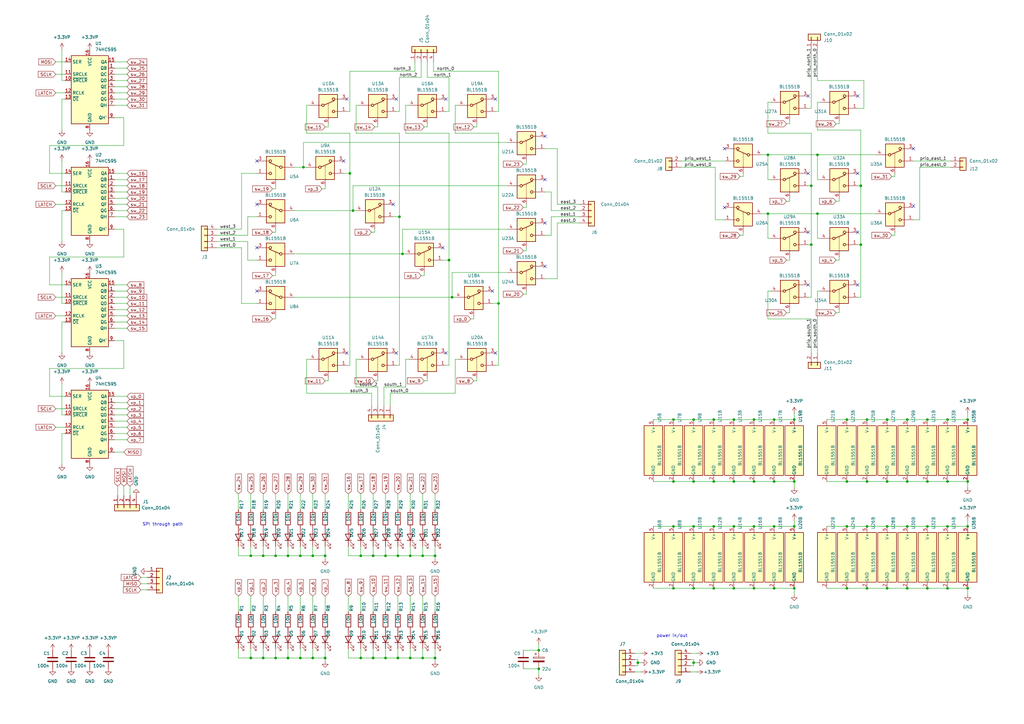
<source format=kicad_sch>
(kicad_sch (version 20230121) (generator eeschema)
  (paper "A3")
  (lib_symbols
    (symbol "74xx:74HC595"
      (property "Reference" "U" (at -7.62 13.97 0))
      (property "Value" "74HC595" (at -7.62 -16.51 0))
      (symbol "74HC595_1_0"
        (pin tri_state line (at 10.16 7.62 180) (length 2.54) (name "QB") (number "1"))
        (pin input line (at -10.16 2.54 0) (length 2.54) (name "~{SRCLR}") (number "10"))
        (pin input line (at -10.16 5.08 0) (length 2.54) (name "SRCLK") (number "11"))
        (pin input line (at -10.16 -2.54 0) (length 2.54) (name "RCLK") (number "12"))
        (pin input line (at -10.16 -5.08 0) (length 2.54) (name "~{OE}") (number "13"))
        (pin input line (at -10.16 10.16 0) (length 2.54) (name "SER") (number "14"))
        (pin tri_state line (at 10.16 10.16 180) (length 2.54) (name "QA") (number "15"))
        (pin power_in line (at 0 15.24 270) (length 2.54) (name "VCC") (number "16"))
        (pin tri_state line (at 10.16 5.08 180) (length 2.54) (name "QC") (number "2"))
        (pin tri_state line (at 10.16 2.54 180) (length 2.54) (name "QD") (number "3"))
        (pin tri_state line (at 10.16 0 180) (length 2.54) (name "QE") (number "4"))
        (pin tri_state line (at 10.16 -2.54 180) (length 2.54) (name "QF") (number "5"))
        (pin tri_state line (at 10.16 -5.08 180) (length 2.54) (name "QG") (number "6"))
        (pin tri_state line (at 10.16 -7.62 180) (length 2.54) (name "QH") (number "7"))
        (pin power_in line (at 0 -17.78 90) (length 2.54) (name "GND") (number "8"))
        (pin output line (at 10.16 -12.7 180) (length 2.54) (name "QH'") (number "9"))
      )
    )
    (symbol "Analog_Switch:NC7SB3157P6X" (pin_names (offset 0.127))
      (property "Reference" "U" (at -3.175 4.699 0))
      (property "Value" "NC7SB3157P6X" (at -3.175 2.921 0))
      (symbol "NC7SB3157P6X_1_1"
        (pin passive line (at 7.62 -5.08 180) (length 2.54) (name "~") (number "1"))
        (pin passive line (at 7.62 0 180) (length 2.54) (name "~") (number "3"))
        (pin passive line (at -7.62 -2.54 0) (length 2.54) (name "~") (number "4"))
        (pin input line (at 0 -10.16 90) (length 2.54) (name "~") (number "6"))
      )
      (symbol "NC7SB3157P6X_2_0"
        (pin power_in line (at 0 -12.7 90) (length 2.54) (name "GND") (number "2"))
        (pin power_in line (at 0 12.7 270) (length 2.54) (name "V+") (number "5"))
      )
    )
    (symbol "Connector_Generic:Conn_01x02" (pin_names (offset 1.016) hide)
      (property "Reference" "J" (at 0 2.54 0))
      (property "Value" "Conn_01x02" (at 0 -5.08 0))
      (symbol "Conn_01x02_1_1"
        (pin passive line (at -5.08 0 0) (length 3.81) (name "Pin_1") (number "1"))
        (pin passive line (at -5.08 -2.54 0) (length 3.81) (name "Pin_2") (number "2"))
      )
    )
    (symbol "Connector_Generic:Conn_01x04" (pin_names (offset 1.016) hide)
      (property "Reference" "J" (at 0 5.08 0))
      (property "Value" "Conn_01x04" (at 0 -7.62 0))
      (symbol "Conn_01x04_1_1"
        (pin passive line (at -5.08 2.54 0) (length 3.81) (name "Pin_1") (number "1"))
        (pin passive line (at -5.08 0 0) (length 3.81) (name "Pin_2") (number "2"))
        (pin passive line (at -5.08 -2.54 0) (length 3.81) (name "Pin_3") (number "3"))
        (pin passive line (at -5.08 -5.08 0) (length 3.81) (name "Pin_4") (number "4"))
      )
    )
    (symbol "Device:C" (pin_numbers hide) (pin_names (offset 0.254))
      (property "Reference" "C" (at 0.635 2.54 0))
      (property "Value" "C" (at 0.635 -2.54 0))
      (symbol "C_1_1"
        (pin passive line (at 0 3.81 270) (length 2.794) (name "~") (number "1"))
        (pin passive line (at 0 -3.81 90) (length 2.794) (name "~") (number "2"))
      )
    )
    (symbol "Device:C_Polarized" (pin_numbers hide) (pin_names (offset 0.254))
      (property "Reference" "C" (at 0.635 2.54 0))
      (property "Value" "C_Polarized" (at 0.635 -2.54 0))
      (symbol "C_Polarized_1_1"
        (pin passive line (at 0 3.81 270) (length 2.794) (name "~") (number "1"))
        (pin passive line (at 0 -3.81 90) (length 2.794) (name "~") (number "2"))
      )
    )
    (symbol "Device:LED" (pin_numbers hide) (pin_names (offset 1.016) hide)
      (property "Reference" "D" (at 0 2.54 0))
      (property "Value" "LED" (at 0 -2.54 0))
      (symbol "LED_1_1"
        (pin passive line (at -3.81 0 0) (length 2.54) (name "K") (number "1"))
        (pin passive line (at 3.81 0 180) (length 2.54) (name "A") (number "2"))
      )
    )
    (symbol "Device:R" (pin_numbers hide) (pin_names (offset 0))
      (property "Reference" "R" (at 2.032 0 90))
      (property "Value" "R" (at 0 0 90))
      (symbol "R_1_1"
        (pin passive line (at 0 3.81 270) (length 1.27) (name "~") (number "1"))
        (pin passive line (at 0 -3.81 90) (length 1.27) (name "~") (number "2"))
      )
    )
    (symbol "power:+3.3VP" (power) (pin_names (offset 0))
      (property "Value" "+3.3VP" (at 0 2.54 0))
      (symbol "+3.3VP_0_0"
        (pin power_in line (at 0 0 90) (length 0) hide (name "+3.3VP") (number "1"))
      )
    )
    (symbol "power:+3V3" (power) (pin_names (offset 0))
      (property "Value" "+3V3" (at 0 3.556 0))
      (symbol "+3V3_1_1"
        (pin power_in line (at 0 0 90) (length 0) hide (name "+3V3") (number "1"))
      )
    )
    (symbol "power:GND" (power) (pin_names (offset 0))
      (property "Value" "GND" (at 0 -3.81 0))
      (symbol "GND_1_1"
        (pin power_in line (at 0 0 270) (length 0) hide (name "GND") (number "1"))
      )
    )
  )
  (junction (at 168.275 227.965))
  (junction (at 363.855 215.9))
  (junction (at 173.355 269.875))
  (junction (at 133.35 227.965))
  (junction (at 292.735 215.9))
  (junction (at 276.225 215.9))
  (junction (at 133.35 269.875))
  (junction (at 325.755 197.485))
  (junction (at 300.99 241.3))
  (junction (at 168.275 269.875))
  (junction (at 372.11 215.9))
  (junction (at 276.225 241.3))
  (junction (at 123.19 227.965))
  (junction (at 388.62 241.3))
  (junction (at 372.11 197.485))
  (junction (at 220.98 274.32))
  (junction (at 347.345 197.485))
  (junction (at 355.6 215.9))
  (junction (at 380.365 215.9))
  (junction (at 284.48 271.78))
  (junction (at 143.51 71.12))
  (junction (at 309.245 241.3))
  (junction (at 317.5 197.485))
  (junction (at 325.755 241.3))
  (junction (at 276.225 172.085))
  (junction (at 292.735 241.3))
  (junction (at 388.62 197.485))
  (junction (at 276.225 197.485))
  (junction (at 300.99 172.085))
  (junction (at 118.11 269.875))
  (junction (at 309.245 197.485))
  (junction (at 396.875 241.3))
  (junction (at 396.875 197.485))
  (junction (at 396.875 172.085))
  (junction (at 261.62 271.78))
  (junction (at 325.755 172.085))
  (junction (at 128.27 269.875))
  (junction (at 347.345 215.9))
  (junction (at 355.6 172.085))
  (junction (at 317.5 241.3))
  (junction (at 292.735 197.485))
  (junction (at 380.365 172.085))
  (junction (at 153.035 269.875))
  (junction (at 388.62 215.9))
  (junction (at 355.6 241.3))
  (junction (at 173.355 227.965))
  (junction (at 317.5 172.085))
  (junction (at 113.03 269.875))
  (junction (at 353.06 76.2))
  (junction (at 163.195 269.875))
  (junction (at 363.855 241.3))
  (junction (at 144.78 86.36))
  (junction (at 165.1 104.14))
  (junction (at 388.62 172.085))
  (junction (at 178.435 227.965))
  (junction (at 284.48 172.085))
  (junction (at 163.83 88.9))
  (junction (at 300.99 197.485))
  (junction (at 204.47 124.46))
  (junction (at 372.11 172.085))
  (junction (at 332.74 100.33))
  (junction (at 220.98 266.7))
  (junction (at 314.96 87.63))
  (junction (at 178.435 269.875))
  (junction (at 113.03 227.965))
  (junction (at 107.95 269.875))
  (junction (at 123.19 269.875))
  (junction (at 335.28 87.63))
  (junction (at 396.875 215.9))
  (junction (at 158.115 269.875))
  (junction (at 124.46 68.58))
  (junction (at 309.245 215.9))
  (junction (at 163.195 227.965))
  (junction (at 309.245 172.085))
  (junction (at 118.11 227.965))
  (junction (at 363.855 197.485))
  (junction (at 332.74 76.2))
  (junction (at 300.99 215.9))
  (junction (at 347.345 172.085))
  (junction (at 353.06 100.33))
  (junction (at 153.035 227.965))
  (junction (at 314.96 63.5))
  (junction (at 380.365 241.3))
  (junction (at 380.365 197.485))
  (junction (at 128.27 227.965))
  (junction (at 185.42 121.92))
  (junction (at 284.48 215.9))
  (junction (at 102.87 227.965))
  (junction (at 147.955 227.965))
  (junction (at 325.755 215.9))
  (junction (at 317.5 215.9))
  (junction (at 107.95 227.965))
  (junction (at 184.15 106.68))
  (junction (at 355.6 197.485))
  (junction (at 147.955 269.875))
  (junction (at 347.345 241.3))
  (junction (at 284.48 241.3))
  (junction (at 284.48 197.485))
  (junction (at 292.735 172.085))
  (junction (at 363.855 172.085))
  (junction (at 102.87 269.875))
  (junction (at 372.11 241.3))
  (junction (at 335.28 63.5))
  (junction (at 158.115 227.965))
  (no_connect (at 105.41 119.38))
  (no_connect (at 297.18 60.96))
  (no_connect (at 162.56 144.78))
  (no_connect (at 374.65 60.96))
  (no_connect (at 223.52 109.22))
  (no_connect (at 142.24 144.78))
  (no_connect (at 201.93 119.38))
  (no_connect (at 162.56 40.64))
  (no_connect (at 105.41 66.04))
  (no_connect (at 182.88 40.64))
  (no_connect (at 331.47 116.84))
  (no_connect (at 105.41 101.6))
  (no_connect (at 182.88 144.78))
  (no_connect (at 331.47 39.37))
  (no_connect (at 351.79 95.25))
  (no_connect (at 331.47 95.25))
  (no_connect (at 351.79 71.12))
  (no_connect (at 161.29 83.82))
  (no_connect (at 351.79 39.37))
  (no_connect (at 331.47 71.12))
  (no_connect (at 181.61 101.6))
  (no_connect (at 203.2 144.78))
  (no_connect (at 351.79 116.84))
  (no_connect (at 374.65 84.455))
  (no_connect (at 223.52 91.44))
  (no_connect (at 297.18 85.09))
  (no_connect (at 223.52 55.88))
  (no_connect (at 140.97 66.04))
  (no_connect (at 203.2 40.64))
  (no_connect (at 105.41 83.82))
  (no_connect (at 223.52 73.66))
  (no_connect (at 142.24 40.64))
  (wire (pts (xy 335.28 53.34) (xy 353.06 53.34)))
  (wire (pts (xy 347.345 215.9) (xy 355.6 215.9)))
  (wire (pts (xy 123.19 224.155) (xy 123.19 227.965)))
  (wire (pts (xy 347.345 197.485) (xy 355.6 197.485)))
  (wire (pts (xy 226.06 88.9) (xy 237.49 88.9)))
  (wire (pts (xy 111.76 130.81) (xy 113.03 130.81)))
  (wire (pts (xy 97.79 244.475) (xy 97.79 250.825)))
  (wire (pts (xy 123.19 244.475) (xy 123.19 250.825)))
  (wire (pts (xy 261.62 270.51) (xy 260.35 270.51)))
  (wire (pts (xy 147.955 202.565) (xy 147.955 208.915)))
  (wire (pts (xy 267.97 241.3) (xy 276.225 241.3)))
  (wire (pts (xy 228.6 114.3) (xy 228.6 91.44)))
  (wire (pts (xy 22.86 83.82) (xy 26.67 83.82)))
  (wire (pts (xy 128.27 227.965) (xy 133.35 227.965)))
  (wire (pts (xy 195.58 52.07) (xy 195.58 50.8)))
  (wire (pts (xy 300.99 215.9) (xy 309.245 215.9)))
  (wire (pts (xy 181.61 106.68) (xy 184.15 106.68)))
  (wire (pts (xy 113.03 113.03) (xy 113.03 111.76)))
  (wire (pts (xy 46.99 25.4) (xy 52.07 25.4)))
  (wire (pts (xy 153.035 244.475) (xy 153.035 250.825)))
  (wire (pts (xy 142.875 202.565) (xy 142.875 208.915)))
  (wire (pts (xy 173.99 113.03) (xy 173.99 111.76)))
  (wire (pts (xy 46.99 76.2) (xy 52.07 76.2)))
  (wire (pts (xy 25.4 132.08) (xy 25.4 144.78)))
  (wire (pts (xy 184.15 45.72) (xy 182.88 45.72)))
  (wire (pts (xy 204.47 54.61) (xy 204.47 124.46)))
  (wire (pts (xy 178.435 202.565) (xy 178.435 208.915)))
  (wire (pts (xy 380.365 197.485) (xy 388.62 197.485)))
  (wire (pts (xy 309.245 215.9) (xy 317.5 215.9)))
  (wire (pts (xy 309.245 241.3) (xy 317.5 241.3)))
  (wire (pts (xy 303.53 96.52) (xy 304.8 96.52)))
  (wire (pts (xy 380.365 241.3) (xy 388.62 241.3)))
  (wire (pts (xy 339.09 172.085) (xy 347.345 172.085)))
  (wire (pts (xy 163.195 266.065) (xy 163.195 269.875)))
  (wire (pts (xy 332.74 130.81) (xy 332.74 144.78)))
  (wire (pts (xy 317.5 172.085) (xy 325.755 172.085)))
  (wire (pts (xy 175.26 156.21) (xy 175.26 154.94)))
  (wire (pts (xy 292.735 241.3) (xy 300.99 241.3)))
  (wire (pts (xy 336.55 41.91) (xy 335.28 41.91)))
  (wire (pts (xy 323.85 82.55) (xy 323.85 81.28)))
  (wire (pts (xy 267.97 172.085) (xy 276.225 172.085)))
  (wire (pts (xy 175.26 52.07) (xy 175.26 50.8)))
  (wire (pts (xy 178.435 266.065) (xy 178.435 269.875)))
  (wire (pts (xy 102.87 227.965) (xy 107.95 227.965)))
  (wire (pts (xy 167.64 147.32) (xy 166.37 147.32)))
  (wire (pts (xy 147.955 224.155) (xy 147.955 227.965)))
  (wire (pts (xy 107.95 227.965) (xy 113.03 227.965)))
  (wire (pts (xy 158.115 227.965) (xy 163.195 227.965)))
  (wire (pts (xy 113.03 202.565) (xy 113.03 208.915)))
  (wire (pts (xy 113.03 224.155) (xy 113.03 227.965)))
  (wire (pts (xy 303.53 72.39) (xy 304.8 72.39)))
  (wire (pts (xy 123.19 266.065) (xy 123.19 269.875)))
  (wire (pts (xy 22.86 76.2) (xy 26.67 76.2)))
  (wire (pts (xy 22.86 167.64) (xy 26.67 167.64)))
  (wire (pts (xy 133.35 52.07) (xy 134.62 52.07)))
  (wire (pts (xy 175.26 25.4) (xy 175.26 31.75)))
  (wire (pts (xy 46.99 93.98) (xy 50.8 93.98)))
  (wire (pts (xy 120.65 121.92) (xy 185.42 121.92)))
  (wire (pts (xy 353.06 100.33) (xy 353.06 121.92)))
  (wire (pts (xy 173.355 269.875) (xy 178.435 269.875)))
  (wire (pts (xy 284.48 273.05) (xy 284.48 271.78)))
  (wire (pts (xy 367.03 72.39) (xy 367.03 71.12)))
  (wire (pts (xy 353.06 53.34) (xy 353.06 76.2)))
  (wire (pts (xy 22.86 25.4) (xy 26.67 25.4)))
  (wire (pts (xy 332.74 76.2) (xy 332.74 100.33)))
  (wire (pts (xy 325.755 213.36) (xy 325.755 215.9)))
  (wire (pts (xy 46.99 40.64) (xy 52.07 40.64)))
  (wire (pts (xy 293.37 90.17) (xy 297.18 90.17)))
  (wire (pts (xy 284.48 215.9) (xy 292.735 215.9)))
  (wire (pts (xy 163.83 149.86) (xy 162.56 149.86)))
  (wire (pts (xy 168.275 266.065) (xy 168.275 269.875)))
  (wire (pts (xy 107.95 224.155) (xy 107.95 227.965)))
  (wire (pts (xy 142.875 244.475) (xy 142.875 250.825)))
  (wire (pts (xy 223.52 60.96) (xy 228.6 60.96)))
  (wire (pts (xy 46.99 27.94) (xy 52.07 27.94)))
  (wire (pts (xy 118.11 202.565) (xy 118.11 208.915)))
  (wire (pts (xy 97.79 224.155) (xy 97.79 227.965)))
  (wire (pts (xy 323.85 106.68) (xy 323.85 105.41)))
  (wire (pts (xy 111.76 77.47) (xy 113.03 77.47)))
  (wire (pts (xy 184.15 54.61) (xy 184.15 106.68)))
  (wire (pts (xy 214.63 120.65) (xy 215.9 120.65)))
  (wire (pts (xy 186.69 121.92) (xy 185.42 121.92)))
  (wire (pts (xy 284.48 172.085) (xy 292.735 172.085)))
  (wire (pts (xy 260.35 267.97) (xy 262.89 267.97)))
  (wire (pts (xy 314.96 87.63) (xy 335.28 87.63)))
  (wire (pts (xy 153.67 95.25) (xy 153.67 93.98)))
  (wire (pts (xy 284.48 241.3) (xy 292.735 241.3)))
  (wire (pts (xy 377.19 68.58) (xy 389.89 68.58)))
  (wire (pts (xy 128.27 202.565) (xy 128.27 208.915)))
  (wire (pts (xy 46.99 43.18) (xy 52.07 43.18)))
  (wire (pts (xy 46.99 30.48) (xy 52.07 30.48)))
  (wire (pts (xy 178.435 224.155) (xy 178.435 227.965)))
  (wire (pts (xy 146.05 86.36) (xy 144.78 86.36)))
  (wire (pts (xy 163.83 31.75) (xy 172.72 31.75)))
  (wire (pts (xy 142.875 266.065) (xy 142.875 269.875)))
  (wire (pts (xy 377.19 68.58) (xy 377.19 90.17)))
  (wire (pts (xy 396.875 197.485) (xy 396.875 200.025)))
  (wire (pts (xy 335.28 73.66) (xy 336.55 73.66)))
  (wire (pts (xy 372.11 215.9) (xy 380.365 215.9)))
  (wire (pts (xy 102.87 266.065) (xy 102.87 269.875)))
  (wire (pts (xy 46.99 124.46) (xy 52.07 124.46)))
  (wire (pts (xy 344.17 82.55) (xy 344.17 81.28)))
  (wire (pts (xy 88.9 93.98) (xy 99.06 93.98)))
  (wire (pts (xy 178.435 244.475) (xy 178.435 250.825)))
  (wire (pts (xy 194.31 52.07) (xy 195.58 52.07)))
  (wire (pts (xy 46.99 78.74) (xy 52.07 78.74)))
  (wire (pts (xy 204.47 124.46) (xy 204.47 149.86)))
  (wire (pts (xy 223.52 114.3) (xy 228.6 114.3)))
  (wire (pts (xy 363.855 197.485) (xy 372.11 197.485)))
  (wire (pts (xy 118.11 244.475) (xy 118.11 250.825)))
  (wire (pts (xy 50.8 93.98) (xy 50.8 105.41)))
  (wire (pts (xy 293.37 68.58) (xy 293.37 90.17)))
  (wire (pts (xy 97.79 227.965) (xy 102.87 227.965)))
  (wire (pts (xy 105.41 88.9) (xy 101.6 88.9)))
  (wire (pts (xy 158.115 244.475) (xy 158.115 250.825)))
  (wire (pts (xy 388.62 241.3) (xy 396.875 241.3)))
  (wire (pts (xy 363.855 215.9) (xy 372.11 215.9)))
  (wire (pts (xy 22.86 30.48) (xy 26.67 30.48)))
  (wire (pts (xy 123.19 227.965) (xy 128.27 227.965)))
  (wire (pts (xy 322.58 82.55) (xy 323.85 82.55)))
  (wire (pts (xy 46.99 127) (xy 52.07 127)))
  (wire (pts (xy 102.87 224.155) (xy 102.87 227.965)))
  (wire (pts (xy 22.86 38.1) (xy 26.67 38.1)))
  (wire (pts (xy 186.69 54.61) (xy 204.47 54.61)))
  (wire (pts (xy 143.51 45.72) (xy 142.24 45.72)))
  (wire (pts (xy 88.9 101.6) (xy 99.06 101.6)))
  (wire (pts (xy 194.31 156.21) (xy 195.58 156.21)))
  (wire (pts (xy 322.58 128.27) (xy 323.85 128.27)))
  (wire (pts (xy 173.99 156.21) (xy 175.26 156.21)))
  (wire (pts (xy 187.96 43.18) (xy 186.69 43.18)))
  (wire (pts (xy 354.33 44.45) (xy 351.79 44.45)))
  (wire (pts (xy 276.225 172.085) (xy 284.48 172.085)))
  (wire (pts (xy 215.9 67.31) (xy 215.9 66.04)))
  (wire (pts (xy 279.4 68.58) (xy 293.37 68.58)))
  (wire (pts (xy 101.6 88.9) (xy 101.6 96.52)))
  (wire (pts (xy 193.04 130.81) (xy 194.31 130.81)))
  (wire (pts (xy 214.63 266.7) (xy 220.98 266.7)))
  (wire (pts (xy 300.99 172.085) (xy 309.245 172.085)))
  (wire (pts (xy 46.99 71.12) (xy 52.07 71.12)))
  (wire (pts (xy 143.51 54.61) (xy 143.51 71.12)))
  (wire (pts (xy 300.99 241.3) (xy 309.245 241.3)))
  (wire (pts (xy 317.5 215.9) (xy 325.755 215.9)))
  (wire (pts (xy 223.52 78.74) (xy 226.06 78.74)))
  (wire (pts (xy 157.48 158.75) (xy 157.48 166.37)))
  (wire (pts (xy 335.28 20.32) (xy 335.28 33.02)))
  (wire (pts (xy 325.755 241.3) (xy 325.755 243.84)))
  (wire (pts (xy 388.62 215.9) (xy 396.875 215.9)))
  (wire (pts (xy 195.58 156.21) (xy 195.58 154.94)))
  (wire (pts (xy 204.47 149.86) (xy 203.2 149.86)))
  (wire (pts (xy 372.11 172.085) (xy 380.365 172.085)))
  (wire (pts (xy 26.67 124.46) (xy 25.4 124.46)))
  (wire (pts (xy 304.8 72.39) (xy 304.8 71.12)))
  (wire (pts (xy 163.195 269.875) (xy 168.275 269.875)))
  (wire (pts (xy 372.11 241.3) (xy 380.365 241.3)))
  (wire (pts (xy 154.94 156.21) (xy 154.94 154.94)))
  (wire (pts (xy 125.73 161.29) (xy 152.4 161.29)))
  (wire (pts (xy 153.67 52.07) (xy 154.94 52.07)))
  (wire (pts (xy 46.99 139.7) (xy 50.8 139.7)))
  (wire (pts (xy 317.5 241.3) (xy 325.755 241.3)))
  (wire (pts (xy 292.735 172.085) (xy 300.99 172.085)))
  (wire (pts (xy 118.11 266.065) (xy 118.11 269.875)))
  (wire (pts (xy 292.735 197.485) (xy 300.99 197.485)))
  (wire (pts (xy 46.99 86.36) (xy 52.07 86.36)))
  (wire (pts (xy 165.1 104.14) (xy 165.1 93.98)))
  (wire (pts (xy 107.95 202.565) (xy 107.95 208.915)))
  (wire (pts (xy 26.67 86.36) (xy 25.4 86.36)))
  (wire (pts (xy 134.62 52.07) (xy 134.62 50.8)))
  (wire (pts (xy 50.8 203.2) (xy 50.8 199.39)))
  (wire (pts (xy 163.83 88.9) (xy 163.83 149.86)))
  (wire (pts (xy 46.99 175.26) (xy 52.07 175.26)))
  (wire (pts (xy 88.9 99.06) (xy 101.6 99.06)))
  (wire (pts (xy 388.62 172.085) (xy 396.875 172.085)))
  (wire (pts (xy 332.74 20.32) (xy 332.74 44.45)))
  (wire (pts (xy 147.32 147.32) (xy 146.05 147.32)))
  (wire (pts (xy 312.42 87.63) (xy 314.96 87.63)))
  (wire (pts (xy 276.225 215.9) (xy 284.48 215.9)))
  (wire (pts (xy 57.785 239.395) (xy 60.325 239.395)))
  (wire (pts (xy 120.65 104.14) (xy 165.1 104.14)))
  (wire (pts (xy 26.67 132.08) (xy 25.4 132.08)))
  (wire (pts (xy 178.435 269.875) (xy 178.435 271.145)))
  (wire (pts (xy 220.98 264.16) (xy 220.98 266.7)))
  (wire (pts (xy 133.35 227.965) (xy 133.35 229.235)))
  (wire (pts (xy 344.17 106.68) (xy 344.17 105.41)))
  (wire (pts (xy 335.28 119.38) (xy 335.28 144.78)))
  (wire (pts (xy 46.99 132.08) (xy 52.07 132.08)))
  (wire (pts (xy 127 43.18) (xy 125.73 43.18)))
  (wire (pts (xy 154.94 158.75) (xy 154.94 166.37)))
  (wire (pts (xy 46.99 119.38) (xy 52.07 119.38)))
  (wire (pts (xy 163.83 45.72) (xy 162.56 45.72)))
  (wire (pts (xy 132.08 77.47) (xy 133.35 77.47)))
  (wire (pts (xy 322.58 106.68) (xy 323.85 106.68)))
  (wire (pts (xy 194.31 130.81) (xy 194.31 129.54)))
  (wire (pts (xy 372.11 197.485) (xy 380.365 197.485)))
  (wire (pts (xy 102.87 202.565) (xy 102.87 208.915)))
  (wire (pts (xy 335.28 41.91) (xy 335.28 53.34)))
  (wire (pts (xy 26.67 33.02) (xy 25.4 33.02)))
  (wire (pts (xy 166.37 158.75) (xy 157.48 158.75)))
  (wire (pts (xy 146.05 158.75) (xy 154.94 158.75)))
  (wire (pts (xy 167.64 43.18) (xy 166.37 43.18)))
  (wire (pts (xy 127 147.32) (xy 125.73 147.32)))
  (wire (pts (xy 396.875 169.545) (xy 396.875 172.085)))
  (wire (pts (xy 146.05 54.61) (xy 163.83 54.61)))
  (wire (pts (xy 113.03 227.965) (xy 118.11 227.965)))
  (wire (pts (xy 147.955 269.875) (xy 153.035 269.875)))
  (wire (pts (xy 120.65 68.58) (xy 124.46 68.58)))
  (wire (pts (xy 186.69 161.29) (xy 160.02 161.29)))
  (wire (pts (xy 187.96 147.32) (xy 186.69 147.32)))
  (wire (pts (xy 46.99 165.1) (xy 52.07 165.1)))
  (wire (pts (xy 163.195 227.965) (xy 168.275 227.965)))
  (wire (pts (xy 120.65 86.36) (xy 144.78 86.36)))
  (wire (pts (xy 163.195 244.475) (xy 163.195 250.825)))
  (wire (pts (xy 172.72 25.4) (xy 172.72 31.75)))
  (wire (pts (xy 215.9 120.65) (xy 215.9 119.38)))
  (wire (pts (xy 161.29 88.9) (xy 163.83 88.9)))
  (wire (pts (xy 147.32 43.18) (xy 146.05 43.18)))
  (wire (pts (xy 111.76 95.25) (xy 113.03 95.25)))
  (wire (pts (xy 365.76 72.39) (xy 367.03 72.39)))
  (wire (pts (xy 363.855 172.085) (xy 372.11 172.085)))
  (wire (pts (xy 260.35 273.05) (xy 261.62 273.05)))
  (wire (pts (xy 46.99 180.34) (xy 52.07 180.34)))
  (wire (pts (xy 102.87 269.875) (xy 107.95 269.875)))
  (wire (pts (xy 351.79 100.33) (xy 353.06 100.33)))
  (wire (pts (xy 166.37 54.61) (xy 184.15 54.61)))
  (wire (pts (xy 300.99 197.485) (xy 309.245 197.485)))
  (wire (pts (xy 184.15 31.75) (xy 175.26 31.75)))
  (wire (pts (xy 331.47 76.2) (xy 332.74 76.2)))
  (wire (pts (xy 163.195 202.565) (xy 163.195 208.915)))
  (wire (pts (xy 214.63 102.87) (xy 215.9 102.87)))
  (wire (pts (xy 347.345 172.085) (xy 355.6 172.085)))
  (wire (pts (xy 153.035 269.875) (xy 158.115 269.875)))
  (wire (pts (xy 339.09 241.3) (xy 347.345 241.3)))
  (wire (pts (xy 228.6 83.82) (xy 237.49 83.82)))
  (wire (pts (xy 46.99 162.56) (xy 52.07 162.56)))
  (wire (pts (xy 154.94 52.07) (xy 154.94 50.8)))
  (wire (pts (xy 226.06 86.36) (xy 237.49 86.36)))
  (wire (pts (xy 22.86 129.54) (xy 26.67 129.54)))
  (wire (pts (xy 166.37 104.14) (xy 165.1 104.14)))
  (wire (pts (xy 142.875 227.965) (xy 147.955 227.965)))
  (wire (pts (xy 143.51 149.86) (xy 142.24 149.86)))
  (wire (pts (xy 113.03 95.25) (xy 113.03 93.98)))
  (wire (pts (xy 284.48 197.485) (xy 292.735 197.485)))
  (wire (pts (xy 168.275 244.475) (xy 168.275 250.825)))
  (wire (pts (xy 377.19 90.17) (xy 374.65 90.17)))
  (wire (pts (xy 374.65 66.04) (xy 389.89 66.04)))
  (wire (pts (xy 97.79 269.875) (xy 102.87 269.875)))
  (wire (pts (xy 317.5 197.485) (xy 325.755 197.485)))
  (wire (pts (xy 168.275 227.965) (xy 173.355 227.965)))
  (wire (pts (xy 128.27 269.875) (xy 133.35 269.875)))
  (wire (pts (xy 113.03 266.065) (xy 113.03 269.875)))
  (wire (pts (xy 173.355 227.965) (xy 178.435 227.965)))
  (wire (pts (xy 388.62 197.485) (xy 396.875 197.485)))
  (wire (pts (xy 25.4 157.48) (xy 25.4 170.18)))
  (wire (pts (xy 113.03 244.475) (xy 113.03 250.825)))
  (wire (pts (xy 226.06 96.52) (xy 226.06 88.9)))
  (wire (pts (xy 214.63 85.09) (xy 215.9 85.09)))
  (wire (pts (xy 168.275 202.565) (xy 168.275 208.915)))
  (wire (pts (xy 365.76 96.52) (xy 367.03 96.52)))
  (wire (pts (xy 204.47 29.21) (xy 177.8 29.21)))
  (wire (pts (xy 158.115 266.065) (xy 158.115 269.875)))
  (wire (pts (xy 57.785 241.935) (xy 60.325 241.935)))
  (wire (pts (xy 153.035 224.155) (xy 153.035 227.965)))
  (wire (pts (xy 316.23 119.38) (xy 314.96 119.38)))
  (wire (pts (xy 125.73 54.61) (xy 143.51 54.61)))
  (wire (pts (xy 118.11 224.155) (xy 118.11 227.965)))
  (wire (pts (xy 342.9 50.8) (xy 344.17 50.8)))
  (wire (pts (xy 25.4 177.8) (xy 25.4 190.5)))
  (wire (pts (xy 25.4 40.64) (xy 25.4 53.34)))
  (wire (pts (xy 322.58 50.8) (xy 323.85 50.8)))
  (wire (pts (xy 332.74 121.92) (xy 331.47 121.92)))
  (wire (pts (xy 118.11 269.875) (xy 123.19 269.875)))
  (wire (pts (xy 284.48 270.51) (xy 283.21 270.51)))
  (wire (pts (xy 335.28 33.02) (xy 354.33 33.02)))
  (wire (pts (xy 163.83 54.61) (xy 163.83 88.9)))
  (wire (pts (xy 332.74 54.61) (xy 332.74 76.2)))
  (wire (pts (xy 215.9 85.09) (xy 215.9 83.82)))
  (wire (pts (xy 283.21 275.59) (xy 285.75 275.59)))
  (wire (pts (xy 142.875 224.155) (xy 142.875 227.965)))
  (wire (pts (xy 276.225 197.485) (xy 284.48 197.485)))
  (wire (pts (xy 147.955 244.475) (xy 147.955 250.825)))
  (wire (pts (xy 380.365 172.085) (xy 388.62 172.085)))
  (wire (pts (xy 325.755 197.485) (xy 325.755 200.025)))
  (wire (pts (xy 97.79 266.065) (xy 97.79 269.875)))
  (wire (pts (xy 226.06 78.74) (xy 226.06 86.36)))
  (wire (pts (xy 25.4 20.32) (xy 25.4 33.02)))
  (wire (pts (xy 283.21 273.05) (xy 284.48 273.05)))
  (wire (pts (xy 118.11 227.965) (xy 123.19 227.965)))
  (wire (pts (xy 267.97 197.485) (xy 276.225 197.485)))
  (wire (pts (xy 158.115 224.155) (xy 158.115 227.965)))
  (wire (pts (xy 46.99 73.66) (xy 52.07 73.66)))
  (wire (pts (xy 355.6 172.085) (xy 363.855 172.085)))
  (wire (pts (xy 147.955 227.965) (xy 153.035 227.965)))
  (wire (pts (xy 107.95 266.065) (xy 107.95 269.875)))
  (wire (pts (xy 367.03 96.52) (xy 367.03 95.25)))
  (wire (pts (xy 163.195 224.155) (xy 163.195 227.965)))
  (wire (pts (xy 342.9 82.55) (xy 344.17 82.55)))
  (wire (pts (xy 215.9 102.87) (xy 215.9 101.6)))
  (wire (pts (xy 158.115 202.565) (xy 158.115 208.915)))
  (wire (pts (xy 184.15 45.72) (xy 184.15 31.75)))
  (wire (pts (xy 228.6 60.96) (xy 228.6 83.82)))
  (wire (pts (xy 261.62 271.78) (xy 261.62 270.51)))
  (wire (pts (xy 314.96 41.91) (xy 314.96 54.61)))
  (wire (pts (xy 124.46 58.42) (xy 208.28 58.42)))
  (wire (pts (xy 223.52 96.52) (xy 226.06 96.52)))
  (wire (pts (xy 309.245 197.485) (xy 317.5 197.485)))
  (wire (pts (xy 26.67 78.74) (xy 25.4 78.74)))
  (wire (pts (xy 97.79 202.565) (xy 97.79 208.915)))
  (wire (pts (xy 123.19 202.565) (xy 123.19 208.915)))
  (wire (pts (xy 184.15 106.68) (xy 184.15 149.86)))
  (wire (pts (xy 185.42 121.92) (xy 185.42 111.76)))
  (wire (pts (xy 46.99 38.1) (xy 52.07 38.1)))
  (wire (pts (xy 46.99 48.26) (xy 50.8 48.26)))
  (wire (pts (xy 336.55 119.38) (xy 335.28 119.38)))
  (wire (pts (xy 50.8 139.7) (xy 50.8 151.13)))
  (wire (pts (xy 46.99 177.8) (xy 52.07 177.8)))
  (wire (pts (xy 166.37 147.32) (xy 166.37 158.75)))
  (wire (pts (xy 153.035 266.065) (xy 153.035 269.875)))
  (wire (pts (xy 147.955 266.065) (xy 147.955 269.875)))
  (wire (pts (xy 26.67 177.8) (xy 25.4 177.8)))
  (wire (pts (xy 185.42 111.76) (xy 208.28 111.76)))
  (wire (pts (xy 46.99 167.64) (xy 52.07 167.64)))
  (wire (pts (xy 342.9 106.68) (xy 344.17 106.68)))
  (wire (pts (xy 107.95 244.475) (xy 107.95 250.825)))
  (wire (pts (xy 46.99 116.84) (xy 52.07 116.84)))
  (wire (pts (xy 353.06 121.92) (xy 351.79 121.92)))
  (wire (pts (xy 140.97 71.12) (xy 143.51 71.12)))
  (wire (pts (xy 133.35 156.21) (xy 134.62 156.21)))
  (wire (pts (xy 339.09 197.485) (xy 347.345 197.485)))
  (wire (pts (xy 20.32 116.84) (xy 26.67 116.84)))
  (wire (pts (xy 279.4 66.04) (xy 297.18 66.04)))
  (wire (pts (xy 316.23 97.79) (xy 314.96 97.79)))
  (wire (pts (xy 25.4 111.76) (xy 25.4 124.46)))
  (wire (pts (xy 347.345 241.3) (xy 355.6 241.3)))
  (wire (pts (xy 107.95 269.875) (xy 113.03 269.875)))
  (wire (pts (xy 168.275 224.155) (xy 168.275 227.965)))
  (wire (pts (xy 146.05 43.18) (xy 146.05 54.61)))
  (wire (pts (xy 143.51 45.72) (xy 143.51 29.21)))
  (wire (pts (xy 332.74 44.45) (xy 331.47 44.45)))
  (wire (pts (xy 143.51 29.21) (xy 170.18 29.21)))
  (wire (pts (xy 46.99 81.28) (xy 52.07 81.28)))
  (wire (pts (xy 105.41 124.46) (xy 99.06 124.46)))
  (wire (pts (xy 123.19 269.875) (xy 128.27 269.875)))
  (wire (pts (xy 99.06 71.12) (xy 99.06 93.98)))
  (wire (pts (xy 133.35 224.155) (xy 133.35 227.965)))
  (wire (pts (xy 344.17 128.27) (xy 344.17 127)))
  (wire (pts (xy 335.28 87.63) (xy 335.28 97.79)))
  (wire (pts (xy 125.73 147.32) (xy 125.73 161.29)))
  (wire (pts (xy 220.98 274.32) (xy 220.98 276.86)))
  (wire (pts (xy 173.99 52.07) (xy 175.26 52.07)))
  (wire (pts (xy 20.32 151.13) (xy 20.32 162.56)))
  (wire (pts (xy 214.63 274.32) (xy 220.98 274.32)))
  (wire (pts (xy 134.62 156.21) (xy 134.62 154.94)))
  (wire (pts (xy 153.035 227.965) (xy 158.115 227.965)))
  (wire (pts (xy 314.96 54.61) (xy 332.74 54.61)))
  (wire (pts (xy 20.32 162.56) (xy 26.67 162.56)))
  (wire (pts (xy 332.74 100.33) (xy 332.74 121.92)))
  (wire (pts (xy 261.62 273.05) (xy 261.62 271.78)))
  (wire (pts (xy 26.67 170.18) (xy 25.4 170.18)))
  (wire (pts (xy 46.99 121.92) (xy 52.07 121.92)))
  (wire (pts (xy 46.99 134.62) (xy 52.07 134.62)))
  (wire (pts (xy 153.67 156.21) (xy 154.94 156.21)))
  (wire (pts (xy 144.78 76.2) (xy 208.28 76.2)))
  (wire (pts (xy 339.09 215.9) (xy 347.345 215.9)))
  (wire (pts (xy 105.41 71.12) (xy 99.06 71.12)))
  (wire (pts (xy 153.035 202.565) (xy 153.035 208.915)))
  (wire (pts (xy 355.6 197.485) (xy 363.855 197.485)))
  (wire (pts (xy 142.875 269.875) (xy 147.955 269.875)))
  (wire (pts (xy 46.99 172.72) (xy 52.07 172.72)))
  (wire (pts (xy 260.35 275.59) (xy 262.89 275.59)))
  (wire (pts (xy 20.32 116.84) (xy 20.32 105.41)))
  (wire (pts (xy 168.275 269.875) (xy 173.355 269.875)))
  (wire (pts (xy 228.6 91.44) (xy 237.49 91.44)))
  (wire (pts (xy 284.48 271.78) (xy 285.75 271.78)))
  (wire (pts (xy 128.27 244.475) (xy 128.27 250.825)))
  (wire (pts (xy 146.05 147.32) (xy 146.05 158.75)))
  (wire (pts (xy 186.69 147.32) (xy 186.69 161.29)))
  (wire (pts (xy 214.63 67.31) (xy 215.9 67.31)))
  (wire (pts (xy 166.37 43.18) (xy 166.37 54.61)))
  (wire (pts (xy 105.41 106.68) (xy 101.6 106.68)))
  (wire (pts (xy 113.03 130.81) (xy 113.03 129.54)))
  (wire (pts (xy 173.355 244.475) (xy 173.355 250.825)))
  (wire (pts (xy 25.4 66.04) (xy 25.4 78.74)))
  (wire (pts (xy 102.87 244.475) (xy 102.87 250.825)))
  (wire (pts (xy 354.33 33.02) (xy 354.33 44.45)))
  (wire (pts (xy 173.355 266.065) (xy 173.355 269.875)))
  (wire (pts (xy 267.97 215.9) (xy 276.225 215.9)))
  (wire (pts (xy 172.72 113.03) (xy 173.99 113.03)))
  (wire (pts (xy 101.6 106.68) (xy 101.6 99.06)))
  (wire (pts (xy 261.62 271.78) (xy 262.89 271.78)))
  (wire (pts (xy 163.83 45.72) (xy 163.83 31.75)))
  (wire (pts (xy 133.35 266.065) (xy 133.35 269.875)))
  (wire (pts (xy 26.67 40.64) (xy 25.4 40.64)))
  (wire (pts (xy 344.17 50.8) (xy 344.17 49.53)))
  (wire (pts (xy 380.365 215.9) (xy 388.62 215.9)))
  (wire (pts (xy 353.06 76.2) (xy 353.06 100.33)))
  (wire (pts (xy 50.8 151.13) (xy 20.32 151.13)))
  (wire (pts (xy 323.85 128.27) (xy 323.85 127)))
  (wire (pts (xy 304.8 96.52) (xy 304.8 95.25)))
  (wire (pts (xy 276.225 241.3) (xy 284.48 241.3)))
  (wire (pts (xy 113.03 77.47) (xy 113.03 76.2)))
  (wire (pts (xy 186.69 43.18) (xy 186.69 54.61)))
  (wire (pts (xy 133.35 269.875) (xy 133.35 271.145)))
  (wire (pts (xy 48.26 203.2) (xy 48.26 199.39)))
  (wire (pts (xy 201.93 124.46) (xy 204.47 124.46)))
  (wire (pts (xy 152.4 161.29) (xy 152.4 166.37)))
  (wire (pts (xy 332.74 130.81) (xy 314.96 130.81)))
  (wire (pts (xy 50.8 48.26) (xy 50.8 59.69)))
  (wire (pts (xy 53.34 203.2) (xy 53.34 199.39)))
  (wire (pts (xy 335.28 63.5) (xy 335.28 73.66)))
  (wire (pts (xy 57.785 236.855) (xy 60.325 236.855)))
  (wire (pts (xy 363.855 241.3) (xy 372.11 241.3)))
  (wire (pts (xy 46.99 35.56) (xy 52.07 35.56)))
  (wire (pts (xy 351.79 76.2) (xy 353.06 76.2)))
  (wire (pts (xy 204.47 45.72) (xy 204.47 29.21)))
  (wire (pts (xy 133.35 202.565) (xy 133.35 208.915)))
  (wire (pts (xy 113.03 269.875) (xy 118.11 269.875)))
  (wire (pts (xy 160.02 161.29) (xy 160.02 166.37)))
  (wire (pts (xy 283.21 267.97) (xy 285.75 267.97)))
  (wire (pts (xy 335.28 63.5) (xy 359.41 63.5)))
  (wire (pts (xy 177.8 25.4) (xy 177.8 29.21)))
  (wire (pts (xy 342.9 128.27) (xy 344.17 128.27)))
  (wire (pts (xy 50.8 59.69) (xy 20.32 59.69)))
  (wire (pts (xy 314.96 63.5) (xy 335.28 63.5)))
  (wire (pts (xy 124.46 68.58) (xy 124.46 58.42)))
  (wire (pts (xy 396.875 241.3) (xy 396.875 243.84)))
  (wire (pts (xy 336.55 97.79) (xy 335.28 97.79)))
  (wire (pts (xy 46.99 88.9) (xy 52.07 88.9)))
  (wire (pts (xy 46.99 83.82) (xy 52.07 83.82)))
  (wire (pts (xy 314.96 87.63) (xy 314.96 97.79)))
  (wire (pts (xy 133.35 244.475) (xy 133.35 250.825)))
  (wire (pts (xy 204.47 45.72) (xy 203.2 45.72)))
  (wire (pts (xy 46.99 129.54) (xy 52.07 129.54)))
  (wire (pts (xy 165.1 93.98) (xy 208.28 93.98)))
  (wire (pts (xy 22.86 121.92) (xy 26.67 121.92)))
  (wire (pts (xy 46.99 33.02) (xy 52.07 33.02)))
  (wire (pts (xy 309.245 172.085) (xy 317.5 172.085)))
  (wire (pts (xy 173.355 202.565) (xy 173.355 208.915)))
  (wire (pts (xy 111.76 113.03) (xy 113.03 113.03)))
  (wire (pts (xy 355.6 215.9) (xy 363.855 215.9)))
  (wire (pts (xy 152.4 95.25) (xy 153.67 95.25)))
  (wire (pts (xy 312.42 63.5) (xy 314.96 63.5)))
  (wire (pts (xy 325.755 169.545) (xy 325.755 172.085)))
  (wire (pts (xy 184.15 149.86) (xy 182.88 149.86)))
  (wire (pts (xy 292.735 215.9) (xy 300.99 215.9)))
  (wire (pts (xy 20.32 71.12) (xy 26.67 71.12)))
  (wire (pts (xy 25.4 86.36) (xy 25.4 99.06)))
  (wire (pts (xy 124.46 68.58) (xy 125.73 68.58)))
  (wire (pts (xy 20.32 59.69) (xy 20.32 71.12)))
  (wire (pts (xy 335.28 87.63) (xy 359.41 87.63)))
  (wire (pts (xy 170.18 25.4) (xy 170.18 29.21)))
  (wire (pts (xy 128.27 266.065) (xy 128.27 269.875)))
  (wire (pts (xy 316.23 41.91) (xy 314.96 41.91)))
  (wire (pts (xy 46.99 185.42) (xy 50.8 185.42)))
  (wire (pts (xy 323.85 50.8) (xy 323.85 49.53)))
  (wire (pts (xy 355.6 241.3) (xy 363.855 241.3)))
  (wire (pts (xy 88.9 96.52) (xy 101.6 96.52)))
  (wire (pts (xy 99.06 124.46) (xy 99.06 101.6)))
  (wire (pts (xy 22.86 175.26) (xy 26.67 175.26)))
  (wire (pts (xy 133.35 77.47) (xy 133.35 76.2)))
  (wire (pts (xy 128.27 224.155) (xy 128.27 227.965)))
  (wire (pts (xy 331.47 100.33) (xy 332.74 100.33)))
  (wire (pts (xy 173.355 224.155) (xy 173.355 227.965)))
  (wire (pts (xy 316.23 73.66) (xy 314.96 73.66)))
  (wire (pts (xy 125.73 43.18) (xy 125.73 54.61)))
  (wire (pts (xy 178.435 227.965) (xy 178.435 229.235)))
  (wire (pts (xy 46.99 170.18) (xy 52.07 170.18)))
  (wire (pts (xy 314.96 73.66) (xy 314.96 63.5)))
  (wire (pts (xy 20.32 105.41) (xy 50.8 105.41)))
  (wire (pts (xy 284.48 271.78) (xy 284.48 270.51)))
  (wire (pts (xy 143.51 71.12) (xy 143.51 149.86)))
  (wire (pts (xy 144.78 86.36) (xy 144.78 76.2)))
  (wire (pts (xy 314.96 119.38) (xy 314.96 130.81)))
  (wire (pts (xy 158.115 269.875) (xy 163.195 269.875)))
  (wire (pts (xy 396.875 213.36) (xy 396.875 215.9)))
  (text "SPI through path" (at 58.42 215.9 0) (effects (font (size 1.27 1.27)) (justify left bottom)))
  (text "power in/out" (at 269.24 261.62 0) (effects (font (size 1.27 1.27)) (justify left bottom)))
  (label "west_1" (at 90.17 99.06 0))
  (label "south_2" (at 147.32 158.75 0))
  (label "south_1" (at 157.48 158.75 0))
  (label "south_0" (at 160.02 161.29 0))
  (label "prio_north_1" (at 332.74 31.75 90))
  (label "prio_west_1" (at 280.67 66.04 0))
  (label "north_1" (at 177.8 31.75 0))
  (label "prio_east_1" (at 377.19 66.04 0))
  (label "north_3" (at 161.29 29.21 0))
  (label "prio_west_0" (at 280.67 68.58 0))
  (label "west_3" (at 90.17 93.98 0))
  (label "prio_north_0" (at 335.28 31.75 90))
  (label "prio_south_0" (at 335.28 142.875 90))
  (label "west_2" (at 90.17 96.52 0))
  (label "east_0" (at 229.87 91.44 0))
  (label "prio_east_0" (at 377.19 68.58 0))
  (label "prio_south_1" (at 332.74 142.875 90))
  (label "north_0" (at 179.07 29.21 0))
  (label "east_1" (at 229.87 88.9 0))
  (label "east_2" (at 229.87 86.36 0))
  (label "west_0" (at 90.17 101.6 0))
  (label "south_3" (at 143.51 161.29 0))
  (label "east_3" (at 229.87 83.82 0))
  (label "north_2" (at 163.83 31.75 0))
  (global_label "sw_13" (shape input) (at 52.07 129.54 0) (property "Intersheetrefs" "${INTERSHEET_REFS}" (effects hide)))
  (global_label "sw_15" (shape input) (at 133.35 52.07 180) (property "Intersheetrefs" "${INTERSHEET_REFS}" (effects hide)))
  (global_label "sw_14" (shape input) (at 52.07 132.08 0) (property "Intersheetrefs" "${INTERSHEET_REFS}" (effects hide)))
  (global_label "sw_9" (shape input) (at 147.955 244.475 90) (property "Intersheetrefs" "${INTERSHEET_REFS}" (effects hide)))
  (global_label "MOSI" (shape input) (at 22.86 25.4 180) (property "Intersheetrefs" "${INTERSHEET_REFS}" (effects hide)))
  (global_label "LATCH" (shape input) (at 22.86 175.26 180) (property "Intersheetrefs" "${INTERSHEET_REFS}" (effects hide)))
  (global_label "sw_21" (shape input) (at 214.63 102.87 180) (property "Intersheetrefs" "${INTERSHEET_REFS}" (effects hide)))
  (global_label "sw_29" (shape input) (at 123.19 202.565 90) (property "Intersheetrefs" "${INTERSHEET_REFS}" (effects hide)))
  (global_label "xp_0" (shape input) (at 52.07 162.56 0) (property "Intersheetrefs" "${INTERSHEET_REFS}" (effects hide)))
  (global_label "sw_19" (shape input) (at 158.115 202.565 90) (property "Intersheetrefs" "${INTERSHEET_REFS}" (effects hide)))
  (global_label "sw_26" (shape input) (at 52.07 30.48 0) (property "Intersheetrefs" "${INTERSHEET_REFS}" (effects hide)))
  (global_label "sw_30" (shape input) (at 128.27 202.565 90) (property "Intersheetrefs" "${INTERSHEET_REFS}" (effects hide)))
  (global_label "xp_4" (shape input) (at 118.11 244.475 90) (property "Intersheetrefs" "${INTERSHEET_REFS}" (effects hide)))
  (global_label "sw_31" (shape input) (at 365.76 72.39 180) (property "Intersheetrefs" "${INTERSHEET_REFS}" (effects hide)))
  (global_label "SCLK" (shape input) (at 22.86 121.92 180) (property "Intersheetrefs" "${INTERSHEET_REFS}" (effects hide)))
  (global_label "sw_12" (shape input) (at 163.195 244.475 90) (property "Intersheetrefs" "${INTERSHEET_REFS}" (effects hide)))
  (global_label "sw_24" (shape input) (at 342.9 128.27 180) (property "Intersheetrefs" "${INTERSHEET_REFS}" (effects hide)))
  (global_label "sw_31" (shape input) (at 52.07 43.18 0) (property "Intersheetrefs" "${INTERSHEET_REFS}" (effects hide)))
  (global_label "sw_15" (shape input) (at 52.07 134.62 0) (property "Intersheetrefs" "${INTERSHEET_REFS}" (effects hide)))
  (global_label "SCLK" (shape input) (at 22.86 30.48 180) (property "Intersheetrefs" "${INTERSHEET_REFS}" (effects hide)))
  (global_label "xp_3" (shape input) (at 132.08 77.47 180) (property "Intersheetrefs" "${INTERSHEET_REFS}" (effects hide)))
  (global_label "sw_27" (shape input) (at 322.58 50.8 180) (property "Intersheetrefs" "${INTERSHEET_REFS}" (effects hide)))
  (global_label "sw_11" (shape input) (at 52.07 124.46 0) (property "Intersheetrefs" "${INTERSHEET_REFS}" (effects hide)))
  (global_label "xp_7" (shape input) (at 52.07 180.34 0) (property "Intersheetrefs" "${INTERSHEET_REFS}" (effects hide)))
  (global_label "xp_2" (shape input) (at 52.07 167.64 0) (property "Intersheetrefs" "${INTERSHEET_REFS}" (effects hide)))
  (global_label "sw_10" (shape input) (at 153.035 244.475 90) (property "Intersheetrefs" "${INTERSHEET_REFS}" (effects hide)))
  (global_label "sw_29" (shape input) (at 52.07 38.1 0) (property "Intersheetrefs" "${INTERSHEET_REFS}" (effects hide)))
  (global_label "LATCH" (shape input) (at 53.34 199.39 90) (property "Intersheetrefs" "${INTERSHEET_REFS}" (effects hide)))
  (global_label "xp_6" (shape input) (at 52.07 177.8 0) (property "Intersheetrefs" "${INTERSHEET_REFS}" (effects hide)))
  (global_label "SCLK" (shape input) (at 48.26 199.39 90) (property "Intersheetrefs" "${INTERSHEET_REFS}" (effects hide)))
  (global_label "sw_20" (shape input) (at 214.63 120.65 180) (property "Intersheetrefs" "${INTERSHEET_REFS}" (effects hide)))
  (global_label "sw_22" (shape input) (at 52.07 86.36 0) (property "Intersheetrefs" "${INTERSHEET_REFS}" (effects hide)))
  (global_label "sw_12" (shape input) (at 194.31 52.07 180) (property "Intersheetrefs" "${INTERSHEET_REFS}" (effects hide)))
  (global_label "xp_7" (shape input) (at 322.58 82.55 180) (property "Intersheetrefs" "${INTERSHEET_REFS}" (effects hide)))
  (global_label "LATCH" (shape input) (at 22.86 129.54 180) (property "Intersheetrefs" "${INTERSHEET_REFS}" (effects hide)))
  (global_label "LATCH" (shape input) (at 22.86 38.1 180) (property "Intersheetrefs" "${INTERSHEET_REFS}" (effects hide)))
  (global_label "sw_19" (shape input) (at 52.07 78.74 0) (property "Intersheetrefs" "${INTERSHEET_REFS}" (effects hide)))
  (global_label "LATCH" (shape input) (at 22.86 83.82 180) (property "Intersheetrefs" "${INTERSHEET_REFS}" (effects hide)))
  (global_label "xp_6" (shape input) (at 342.9 82.55 180) (property "Intersheetrefs" "${INTERSHEET_REFS}" (effects hide)))
  (global_label "SCLK" (shape input) (at 57.785 241.935 180) (property "Intersheetrefs" "${INTERSHEET_REFS}" (effects hide)))
  (global_label "sw_26" (shape input) (at 342.9 50.8 180) (property "Intersheetrefs" "${INTERSHEET_REFS}" (effects hide)))
  (global_label "sw_11" (shape input) (at 133.35 156.21 180) (property "Intersheetrefs" "${INTERSHEET_REFS}" (effects hide)))
  (global_label "sw_16" (shape input) (at 111.76 130.81 180) (property "Intersheetrefs" "${INTERSHEET_REFS}" (effects hide)))
  (global_label "sw_9" (shape input) (at 52.07 119.38 0) (property "Intersheetrefs" "${INTERSHEET_REFS}" (effects hide)))
  (global_label "sw_15" (shape input) (at 178.435 244.475 90) (property "Intersheetrefs" "${INTERSHEET_REFS}" (effects hide)))
  (global_label "sw_23" (shape input) (at 178.435 202.565 90) (property "Intersheetrefs" "${INTERSHEET_REFS}" (effects hide)))
  (global_label "sw_25" (shape input) (at 322.58 128.27 180) (property "Intersheetrefs" "${INTERSHEET_REFS}" (effects hide)))
  (global_label "xp_3" (shape input) (at 52.07 170.18 0) (property "Intersheetrefs" "${INTERSHEET_REFS}" (effects hide)))
  (global_label "sw_18" (shape input) (at 111.76 95.25 180) (property "Intersheetrefs" "${INTERSHEET_REFS}" (effects hide)))
  (global_label "sw_19" (shape input) (at 111.76 77.47 180) (property "Intersheetrefs" "${INTERSHEET_REFS}" (effects hide)))
  (global_label "sw_24" (shape input) (at 97.79 202.565 90) (property "Intersheetrefs" "${INTERSHEET_REFS}" (effects hide)))
  (global_label "sw_21" (shape input) (at 52.07 83.82 0) (property "Intersheetrefs" "${INTERSHEET_REFS}" (effects hide)))
  (global_label "sw_14" (shape input) (at 173.355 244.475 90) (property "Intersheetrefs" "${INTERSHEET_REFS}" (effects hide)))
  (global_label "xp_0" (shape input) (at 193.04 130.81 180) (property "Intersheetrefs" "${INTERSHEET_REFS}" (effects hide)))
  (global_label "sw_23" (shape input) (at 214.63 67.31 180) (property "Intersheetrefs" "${INTERSHEET_REFS}" (effects hide)))
  (global_label "sw_20" (shape input) (at 163.195 202.565 90) (property "Intersheetrefs" "${INTERSHEET_REFS}" (effects hide)))
  (global_label "sw_8" (shape input) (at 52.07 116.84 0) (property "Intersheetrefs" "${INTERSHEET_REFS}" (effects hide)))
  (global_label "xp_5" (shape input) (at 322.58 106.68 180) (property "Intersheetrefs" "${INTERSHEET_REFS}" (effects hide)))
  (global_label "xp_0" (shape input) (at 97.79 244.475 90) (property "Intersheetrefs" "${INTERSHEET_REFS}" (effects hide)))
  (global_label "xp_5" (shape input) (at 52.07 175.26 0) (property "Intersheetrefs" "${INTERSHEET_REFS}" (effects hide)))
  (global_label "xp_4" (shape input) (at 342.9 106.68 180) (property "Intersheetrefs" "${INTERSHEET_REFS}" (effects hide)))
  (global_label "sw_14" (shape input) (at 153.67 52.07 180) (property "Intersheetrefs" "${INTERSHEET_REFS}" (effects hide)))
  (global_label "sw_30" (shape input) (at 365.76 96.52 180) (property "Intersheetrefs" "${INTERSHEET_REFS}" (effects hide)))
  (global_label "sw_25" (shape input) (at 52.07 27.94 0) (property "Intersheetrefs" "${INTERSHEET_REFS}" (effects hide)))
  (global_label "sw_8" (shape input) (at 142.875 244.475 90) (property "Intersheetrefs" "${INTERSHEET_REFS}" (effects hide)))
  (global_label "sw_18" (shape input) (at 52.07 76.2 0) (property "Intersheetrefs" "${INTERSHEET_REFS}" (effects hide)))
  (global_label "xp_7" (shape input) (at 133.35 244.475 90) (property "Intersheetrefs" "${INTERSHEET_REFS}" (effects hide)))
  (global_label "sw_23" (shape input) (at 52.07 88.9 0) (property "Intersheetrefs" "${INTERSHEET_REFS}" (effects hide)))
  (global_label "sw_17" (shape input) (at 147.955 202.565 90) (property "Intersheetrefs" "${INTERSHEET_REFS}" (effects hide)))
  (global_label "sw_16" (shape input) (at 52.07 71.12 0) (property "Intersheetrefs" "${INTERSHEET_REFS}" (effects hide)))
  (global_label "sw_28" (shape input) (at 118.11 202.565 90) (property "Intersheetrefs" "${INTERSHEET_REFS}" (effects hide)))
  (global_label "xp_1" (shape input) (at 102.87 244.475 90) (property "Intersheetrefs" "${INTERSHEET_REFS}" (effects hide)))
  (global_label "sw_29" (shape input) (at 303.53 72.39 180) (property "Intersheetrefs" "${INTERSHEET_REFS}" (effects hide)))
  (global_label "sw_25" (shape input) (at 102.87 202.565 90) (property "Intersheetrefs" "${INTERSHEET_REFS}" (effects hide)))
  (global_label "sw_24" (shape input) (at 52.07 25.4 0) (property "Intersheetrefs" "${INTERSHEET_REFS}" (effects hide)))
  (global_label "sw_8" (shape input) (at 194.31 156.21 180) (property "Intersheetrefs" "${INTERSHEET_REFS}" (effects hide)))
  (global_label "sw_16" (shape input) (at 142.875 202.565 90) (property "Intersheetrefs" "${INTERSHEET_REFS}" (effects hide)))
  (global_label "xp_1" (shape input) (at 172.72 113.03 180) (property "Intersheetrefs" "${INTERSHEET_REFS}" (effects hide)))
  (global_label "xp_2" (shape input) (at 107.95 244.475 90) (property "Intersheetrefs" "${INTERSHEET_REFS}" (effects hide)))
  (global_label "sw_27" (shape input) (at 113.03 202.565 90) (property "Intersheetrefs" "${INTERSHEET_REFS}" (effects hide)))
  (global_label "MISO" (shape input) (at 57.785 239.395 180) (property "Intersheetrefs" "${INTERSHEET_REFS}" (effects hide)))
  (global_label "sw_9" (shape input) (at 173.99 156.21 180) (property "Intersheetrefs" "${INTERSHEET_REFS}" (effects hide)))
  (global_label "sw_17" (shape input) (at 111.76 113.03 180) (property "Intersheetrefs" "${INTERSHEET_REFS}" (effects hide)))
  (global_label "sw_28" (shape input) (at 52.07 35.56 0) (property "Intersheetrefs" "${INTERSHEET_REFS}" (effects hide)))
  (global_label "xp_4" (shape input) (at 52.07 172.72 0) (property "Intersheetrefs" "${INTERSHEET_REFS}" (effects hide)))
  (global_label "SCLK" (shape input) (at 22.86 76.2 180) (property "Intersheetrefs" "${INTERSHEET_REFS}" (effects hide)))
  (global_label "sw_10" (shape input) (at 52.07 121.92 0) (property "Intersheetrefs" "${INTERSHEET_REFS}" (effects hide)))
  (global_label "xp_5" (shape input) (at 123.19 244.475 90) (property "Intersheetrefs" "${INTERSHEET_REFS}" (effects hide)))
  (global_label "xp_6" (shape input) (at 128.27 244.475 90) (property "Intersheetrefs" "${INTERSHEET_REFS}" (effects hide)))
  (global_label "sw_12" (shape input) (at 52.07 127 0) (property "Intersheetrefs" "${INTERSHEET_REFS}" (effects hide)))
  (global_label "sw_11" (shape input) (at 158.115 244.475 90) (property "Intersheetrefs" "${INTERSHEET_REFS}" (effects hide)))
  (global_label "xp_1" (shape input) (at 52.07 165.1 0) (property "Intersheetrefs" "${INTERSHEET_REFS}" (effects hide)))
  (global_label "sw_26" (shape input) (at 107.95 202.565 90) (property "Intersheetrefs" "${INTERSHEET_REFS}" (effects hide)))
  (global_label "sw_27" (shape input) (at 52.07 33.02 0) (property "Intersheetrefs" "${INTERSHEET_REFS}" (effects hide)))
  (global_label "sw_21" (shape input) (at 168.275 202.565 90) (property "Intersheetrefs" "${INTERSHEET_REFS}" (effects hide)))
  (global_label "sw_28" (shape input) (at 303.53 96.52 180) (property "Intersheetrefs" "${INTERSHEET_REFS}" (effects hide)))
  (global_label "xp_2" (shape input) (at 152.4 95.25 180) (property "Intersheetrefs" "${INTERSHEET_REFS}" (effects hide)))
  (global_label "SCLK" (shape input) (at 22.86 167.64 180) (property "Intersheetrefs" "${INTERSHEET_REFS}" (effects hide)))
  (global_label "MISO" (shape input) (at 50.8 185.42 0) (property "Intersheetrefs" "${INTERSHEET_REFS}" (effects hide)))
  (global_label "sw_17" (shape input) (at 52.07 73.66 0) (property "Intersheetrefs" "${INTERSHEET_REFS}" (effects hide)))
  (global_label "sw_22" (shape input) (at 173.355 202.565 90) (property "Intersheetrefs" "${INTERSHEET_REFS}" (effects hide)))
  (global_label "xp_3" (shape input) (at 113.03 244.475 90) (property "Intersheetrefs" "${INTERSHEET_REFS}" (effects hide)))
  (global_label "sw_18" (shape input) (at 153.035 202.565 90) (property "Intersheetrefs" "${INTERSHEET_REFS}" (effects hide)))
  (global_label "sw_13" (shape input) (at 168.275 244.475 90) (property "Intersheetrefs" "${INTERSHEET_REFS}" (effects hide)))
  (global_label "sw_22" (shape input) (at 214.63 85.09 180) (property "Intersheetrefs" "${INTERSHEET_REFS}" (effects hide)))
  (global_label "sw_13" (shape input) (at 173.99 52.07 180) (property "Intersheetrefs" "${INTERSHEET_REFS}" (effects hide)))
  (global_label "sw_31" (shape input) (at 133.35 202.565 90) (property "Intersheetrefs" "${INTERSHEET_REFS}" (effects hide)))
  (global_label "sw_20" (shape input) (at 52.07 81.28 0) (property "Intersheetrefs" "${INTERSHEET_REFS}" (effects hide)))
  (global_label "sw_30" (shape input) (at 52.07 40.64 0) (property "Intersheetrefs" "${INTERSHEET_REFS}" (effects hide)))
  (global_label "LATCH" (shape input) (at 57.785 236.855 180) (property "Intersheetrefs" "${INTERSHEET_REFS}" (effects hide)))
  (global_label "sw_10" (shape input) (at 153.67 156.21 180) (property "Intersheetrefs" "${INTERSHEET_REFS}" (effects hide)))
  (global_label "MOSI" (shape input) (at 50.8 199.39 90) (property "Intersheetrefs" "${INTERSHEET_REFS}" (effects hide)))
  (symbol (lib_id "Device:R") (at 168.275 254.635 0) (unit 1)
    (property "Reference" "R14" (at 169.545 250.825 90) (effects (justify left)))
    (property "Value" "10k" (at 168.275 255.905 90) (effects (justify left)))
    (property "Footprint" "Resistor_SMD:R_0603_1608Metric" (effects hide))
    (property "JLCPCB Part #" "C25804" (effects hide))
    (property "Part Nr." "0603WAF1002T5E" (effects hide))
  )
  (symbol (lib_id "Analog_Switch:NC7SB3157P6X") (at 323.85 95.25 0) (unit 1)
    (property "Reference" "U29" (at 323.85 88.9 0))
    (property "Value" "BL1551B" (at 323.85 91.44 0))
    (property "Footprint" "Package_TO_SOT_SMD:SOT-363_SC-70-6" (effects hide))
    (property "JLCPCB Part #" "C2944066" (effects hide))
    (property "Package" "SC-70-6" (effects hide))
    (property "Part Nr." "BL1551B" (effects hide))
  )
  (symbol (lib_id "Analog_Switch:NC7SB3157P6X") (at 304.8 85.09 0) (mirror y) (unit 1)
    (property "Reference" "U26" (at 312.42 91.44 0))
    (property "Value" "BL1551B" (at 304.8 81.28 0))
    (property "Footprint" "Package_TO_SOT_SMD:SOT-363_SC-70-6" (effects hide))
    (property "JLCPCB Part #" "C2944066" (effects hide))
    (property "Package" "SC-70-6" (effects hide))
    (property "Part Nr." "BL1551B" (effects hide))
  )
  (symbol (lib_id "Analog_Switch:NC7SB3157P6X") (at 372.11 184.785 0) (unit 2)
    (property "Reference" "U29" (at 374.65 173.355 90) (effects (justify left)))
    (property "Value" "BL1551B" (at 374.65 191.135 90) (effects (justify left)))
    (property "Footprint" "Package_TO_SOT_SMD:SOT-363_SC-70-6" (effects hide))
    (property "JLCPCB Part #" "C2944066" (effects hide))
    (property "Package" "SC-70-6" (effects hide))
    (property "Part Nr." "BL1551B" (effects hide))
  )
  (symbol (lib_id "power:GND") (at 178.435 229.235 0) (unit 1)
    (property "Reference" "#PWR048" (effects hide))
    (property "Value" "GND" (at 178.435 234.315 0))
  )
  (symbol (lib_id "Analog_Switch:NC7SB3157P6X") (at 153.67 83.82 0) (unit 1)
    (property "Reference" "U12" (at 153.67 77.47 0))
    (property "Value" "BL1551B" (at 153.67 80.01 0))
    (property "Footprint" "Package_TO_SOT_SMD:SOT-363_SC-70-6" (effects hide))
    (property "JLCPCB Part #" "C2944066" (effects hide))
    (property "Package" "SC-70-6" (effects hide))
    (property "Part Nr." "BL1551B" (effects hide))
  )
  (symbol (lib_id "Device:LED") (at 102.87 262.255 90) (unit 1)
    (property "Reference" "D2" (at 104.14 258.445 0) (effects (justify right)))
    (property "Value" "LED (green)" (effects hide))
    (property "Footprint" "LED_SMD:LED_0805_2012Metric" (effects hide))
    (property "JLCPCB Part #" "C2297" (effects hide))
    (property "Part Nr." "C2297" (effects hide))
  )
  (symbol (lib_id "Connector_Generic:Conn_01x04") (at 172.72 20.32 90) (unit 1)
    (property "Reference" "J5" (at 172.72 17.78 0) (effects (justify left)))
    (property "Value" "Conn_01x04" (at 175.26 17.78 0) (effects (justify left)))
    (property "Footprint" "Connector_PinHeader_2.54mm:PinHeader_1x04_P2.54mm_Horizontal" (effects hide))
  )
  (symbol (lib_id "Connector_Generic:Conn_01x04") (at 278.13 273.05 180) (unit 1)
    (property "Reference" "J9" (at 279.4 279.4 0) (effects (justify left)))
    (property "Value" "Conn_01x04" (at 287.02 264.16 0) (effects (justify left)))
    (property "Footprint" "Connector_PinHeader_2.54mm:PinHeader_1x04_P2.54mm_Horizontal" (effects hide))
    (property "JLCPCB Part #" "do not place" (effects hide))
    (property "Part Nr." "do not place" (effects hide))
    (property "JLCPCB Alt #" "do not place" (effects hide))
  )
  (symbol (lib_id "Connector_Generic:Conn_01x02") (at 274.32 68.58 180) (unit 1)
    (property "Reference" "J8" (at 271.78 69.215 0) (effects (justify left)))
    (property "Value" "Conn_01x02" (at 271.78 66.04 0) (effects (justify left)))
    (property "Footprint" "Connector_PinHeader_2.54mm:PinHeader_1x02_P2.54mm_Horizontal" (effects hide))
  )
  (symbol (lib_id "Connector_Generic:Conn_01x04") (at 83.82 99.06 180) (unit 1)
    (property "Reference" "J3" (at 85.09 105.41 0) (effects (justify left)))
    (property "Value" "Conn_01x04" (at 80.01 93.98 0) (effects (justify left)))
    (property "Footprint" "Connector_PinHeader_2.54mm:PinHeader_1x04_P2.54mm_Horizontal" (effects hide))
    (property "JLCPCB Part #" "do not place" (effects hide))
    (property "Part Nr." "do not place" (effects hide))
    (property "JLCPCB Alt #" "do not place" (effects hide))
  )
  (symbol (lib_id "Device:R") (at 178.435 212.725 0) (unit 1)
    (property "Reference" "R32" (at 179.705 208.915 90) (effects (justify left)))
    (property "Value" "10k" (at 178.435 213.995 90) (effects (justify left)))
    (property "Footprint" "Resistor_SMD:R_0603_1608Metric" (effects hide))
    (property "JLCPCB Part #" "C25804" (effects hide))
    (property "Part Nr." "0603WAF1002T5E" (effects hide))
  )
  (symbol (lib_id "Device:R") (at 123.19 254.635 0) (unit 1)
    (property "Reference" "R6" (at 124.46 250.825 90) (effects (justify left)))
    (property "Value" "10k" (at 123.19 255.905 90) (effects (justify left)))
    (property "Footprint" "Resistor_SMD:R_0603_1608Metric" (effects hide))
    (property "JLCPCB Part #" "C25804" (effects hide))
    (property "Part Nr." "0603WAF1002T5E" (effects hide))
  )
  (symbol (lib_id "Analog_Switch:NC7SB3157P6X") (at 344.17 39.37 0) (unit 1)
    (property "Reference" "U31" (at 336.55 45.72 0))
    (property "Value" "BL1551B" (at 344.17 35.56 0))
    (property "Footprint" "Package_TO_SOT_SMD:SOT-363_SC-70-6" (effects hide))
    (property "JLCPCB Part #" "C2944066" (effects hide))
    (property "Package" "SC-70-6" (effects hide))
    (property "Part Nr." "BL1551B" (effects hide))
  )
  (symbol (lib_id "Analog_Switch:NC7SB3157P6X") (at 344.17 71.12 0) (unit 1)
    (property "Reference" "U32" (at 344.17 64.77 0))
    (property "Value" "BL1551B" (at 344.17 67.31 0))
    (property "Footprint" "Package_TO_SOT_SMD:SOT-363_SC-70-6" (effects hide))
    (property "JLCPCB Part #" "C2944066" (effects hide))
    (property "Package" "SC-70-6" (effects hide))
    (property "Part Nr." "BL1551B" (effects hide))
  )
  (symbol (lib_id "Device:C_Polarized") (at 220.98 270.51 0) (unit 1)
    (property "Reference" "C6" (at 222.25 266.7 0) (effects (justify left)))
    (property "Value" "22u" (at 222.25 274.32 0) (effects (justify left)))
    (property "Footprint" "Resistor_SMD:R_1206_3216Metric" (effects hide))
    (property "Dielectric" "X5R" (effects hide))
    (property "JLCPCB Part #" "C12891" (effects hide))
    (property "Part Nr." "CL31A226KAHNNNE" (effects hide))
    (property "Voltage" "25" (effects hide))
  )
  (symbol (lib_id "Connector_Generic:Conn_01x02") (at 394.97 66.04 0) (unit 1)
    (property "Reference" "J12" (at 397.51 69.215 0) (effects (justify left)))
    (property "Value" "Conn_01x02" (at 397.51 66.04 0) (effects (justify left)))
    (property "Footprint" "Connector_PinHeader_2.54mm:PinHeader_1x02_P2.54mm_Horizontal" (effects hide))
  )
  (symbol (lib_id "power:GND") (at 178.435 271.145 0) (unit 1)
    (property "Reference" "#PWR046" (effects hide))
    (property "Value" "GND" (at 178.435 276.225 0))
  )
  (symbol (lib_id "Analog_Switch:NC7SB3157P6X") (at 276.225 184.785 0) (unit 2)
    (property "Reference" "U7" (at 278.765 173.355 90) (effects (justify left)))
    (property "Value" "BL1551B" (at 278.765 191.135 90) (effects (justify left)))
    (property "Footprint" "Package_TO_SOT_SMD:SOT-363_SC-70-6" (effects hide))
    (property "JLCPCB Part #" "C2944066" (effects hide))
    (property "Package" "SC-70-6" (effects hide))
    (property "Part Nr." "BL1551B" (effects hide))
  )
  (symbol (lib_id "Device:R") (at 147.955 212.725 0) (unit 1)
    (property "Reference" "R26" (at 149.225 208.915 90) (effects (justify left)))
    (property "Value" "10k" (at 147.955 213.995 90) (effects (justify left)))
    (property "Footprint" "Resistor_SMD:R_0603_1608Metric" (effects hide))
    (property "JLCPCB Part #" "C25804" (effects hide))
    (property "Part Nr." "0603WAF1002T5E" (effects hide))
  )
  (symbol (lib_id "Device:R") (at 147.955 254.635 0) (unit 1)
    (property "Reference" "R10" (at 149.225 250.825 90) (effects (justify left)))
    (property "Value" "10k" (at 147.955 255.905 90) (effects (justify left)))
    (property "Footprint" "Resistor_SMD:R_0603_1608Metric" (effects hide))
    (property "JLCPCB Part #" "C25804" (effects hide))
    (property "Part Nr." "0603WAF1002T5E" (effects hide))
  )
  (symbol (lib_id "power:+3V3") (at 285.75 267.97 270) (unit 1)
    (property "Reference" "#PWR042" (effects hide))
    (property "Value" "+3V3" (at 289.56 267.97 90) (effects (justify left)))
  )
  (symbol (lib_id "Device:LED") (at 118.11 220.345 90) (unit 1)
    (property "Reference" "D21" (at 119.38 216.535 0) (effects (justify right)))
    (property "Value" "LED (green)" (effects hide))
    (property "Footprint" "LED_SMD:LED_0805_2012Metric" (effects hide))
    (property "JLCPCB Part #" "C2297" (effects hide))
    (property "Part Nr." "C2297" (effects hide))
  )
  (symbol (lib_id "Device:R") (at 168.275 212.725 0) (unit 1)
    (property "Reference" "R30" (at 169.545 208.915 90) (effects (justify left)))
    (property "Value" "10k" (at 168.275 213.995 90) (effects (justify left)))
    (property "Footprint" "Resistor_SMD:R_0603_1608Metric" (effects hide))
    (property "JLCPCB Part #" "C25804" (effects hide))
    (property "Part Nr." "0603WAF1002T5E" (effects hide))
  )
  (symbol (lib_id "power:+3.3VP") (at 25.4 157.48 0) (unit 1)
    (property "Reference" "#PWR09" (effects hide))
    (property "Value" "+3.3VP" (at 25.4 152.4 0))
  )
  (symbol (lib_id "Device:LED") (at 147.955 262.255 90) (unit 1)
    (property "Reference" "D10" (at 149.225 258.445 0) (effects (justify right)))
    (property "Value" "LED (green)" (effects hide))
    (property "Footprint" "LED_SMD:LED_0805_2012Metric" (effects hide))
    (property "JLCPCB Part #" "C2297" (effects hide))
    (property "Part Nr." "C2297" (effects hide))
  )
  (symbol (lib_id "Analog_Switch:NC7SB3157P6X") (at 195.58 40.64 0) (unit 1)
    (property "Reference" "U19" (at 195.58 34.29 0))
    (property "Value" "BL1551B" (at 195.58 36.83 0))
    (property "Footprint" "Package_TO_SOT_SMD:SOT-363_SC-70-6" (effects hide))
    (property "JLCPCB Part #" "C2944066" (effects hide))
    (property "Package" "SC-70-6" (effects hide))
    (property "Part Nr." "BL1551B" (effects hide))
  )
  (symbol (lib_id "power:+3.3VP") (at 36.83 157.48 0) (unit 1)
    (property "Reference" "#PWR020" (effects hide))
    (property "Value" "+3.3VP" (at 36.83 152.4 0))
  )
  (symbol (lib_id "Analog_Switch:NC7SB3157P6X") (at 388.62 228.6 0) (unit 2)
    (property "Reference" "U34" (at 391.16 217.17 90) (effects (justify left)))
    (property "Value" "BL1551B" (at 391.16 234.95 90) (effects (justify left)))
    (property "Footprint" "Package_TO_SOT_SMD:SOT-363_SC-70-6" (effects hide))
    (property "JLCPCB Part #" "C2944066" (effects hide))
    (property "Package" "SC-70-6" (effects hide))
    (property "Part Nr." "BL1551B" (effects hide))
  )
  (symbol (lib_id "Device:C") (at 29.21 270.51 0) (unit 1)
    (property "Reference" "C2" (at 25.4 267.97 0) (effects (justify left)))
    (property "Value" "100n" (at 22.86 273.05 0) (effects (justify left)))
    (property "Footprint" "Capacitor_SMD:C_0603_1608Metric" (effects hide))
    (property "JLCPCB Part #" "C14663" (effects hide))
    (property "Part Nr." "CC0603KRX7R9BB104" (effects hide))
    (property "Dielectric" "X7R" (effects hide))
    (property "Voltage" "50" (effects hide))
  )
  (symbol (lib_id "power:GND") (at 29.21 274.32 0) (unit 1)
    (property "Reference" "#PWR012" (effects hide))
    (property "Value" "GND" (at 29.21 279.4 0))
  )
  (symbol (lib_id "Analog_Switch:NC7SB3157P6X") (at 113.03 119.38 0) (mirror y) (unit 1)
    (property "Reference" "U8" (at 120.65 125.73 0))
    (property "Value" "BL1551B" (at 113.03 115.57 0))
    (property "Footprint" "Package_TO_SOT_SMD:SOT-363_SC-70-6" (effects hide))
    (property "JLCPCB Part #" "C2944066" (effects hide))
    (property "Package" "SC-70-6" (effects hide))
    (property "Part Nr." "BL1551B" (effects hide))
  )
  (symbol (lib_id "Connector_Generic:Conn_01x04") (at 65.405 236.855 0) (unit 1)
    (property "Reference" "J2" (at 67.945 236.855 0) (effects (justify left)))
    (property "Value" "Conn_01x04" (at 67.945 239.395 0) (effects (justify left)))
    (property "Footprint" "Connector_PinHeader_2.54mm:PinHeader_1x04_P2.54mm_Horizontal" (effects hide))
  )
  (symbol (lib_id "power:GND") (at 220.98 276.86 0) (unit 1)
    (property "Reference" "#PWR032" (effects hide))
    (property "Value" "GND" (at 220.98 281.94 0))
  )
  (symbol (lib_id "Device:LED") (at 153.035 262.255 90) (unit 1)
    (property "Reference" "D11" (at 154.305 258.445 0) (effects (justify right)))
    (property "Value" "LED (green)" (effects hide))
    (property "Footprint" "LED_SMD:LED_0805_2012Metric" (effects hide))
    (property "JLCPCB Part #" "C2297" (effects hide))
    (property "Part Nr." "C2297" (effects hide))
  )
  (symbol (lib_id "Analog_Switch:NC7SB3157P6X") (at 284.48 184.785 0) (unit 2)
    (property "Reference" "U9" (at 287.02 173.355 90) (effects (justify left)))
    (property "Value" "BL1551B" (at 287.02 191.135 90) (effects (justify left)))
    (property "Footprint" "Package_TO_SOT_SMD:SOT-363_SC-70-6" (effects hide))
    (property "JLCPCB Part #" "C2944066" (effects hide))
    (property "Package" "SC-70-6" (effects hide))
    (property "Part Nr." "BL1551B" (effects hide))
  )
  (symbol (lib_id "Analog_Switch:NC7SB3157P6X") (at 323.85 39.37 0) (unit 1)
    (property "Reference" "U27" (at 316.23 45.72 0))
    (property "Value" "BL1551B" (at 323.85 35.56 0))
    (property "Footprint" "Package_TO_SOT_SMD:SOT-363_SC-70-6" (effects hide))
    (property "JLCPCB Part #" "C2944066" (effects hide))
    (property "Package" "SC-70-6" (effects hide))
    (property "Part Nr." "BL1551B" (effects hide))
  )
  (symbol (lib_id "Device:R") (at 153.035 212.725 0) (unit 1)
    (property "Reference" "R27" (at 154.305 208.915 90) (effects (justify left)))
    (property "Value" "10k" (at 153.035 213.995 90) (effects (justify left)))
    (property "Footprint" "Resistor_SMD:R_0603_1608Metric" (effects hide))
    (property "JLCPCB Part #" "C25804" (effects hide))
    (property "Part Nr." "0603WAF1002T5E" (effects hide))
  )
  (symbol (lib_id "power:GND") (at 25.4 99.06 0) (unit 1)
    (property "Reference" "#PWR06" (effects hide))
    (property "Value" "GND" (at 25.4 104.14 0))
  )
  (symbol (lib_id "Analog_Switch:NC7SB3157P6X") (at 339.09 228.6 0) (unit 2)
    (property "Reference" "U22" (at 341.63 217.17 90) (effects (justify left)))
    (property "Value" "BL1551B" (at 341.63 234.95 90) (effects (justify left)))
    (property "Footprint" "Package_TO_SOT_SMD:SOT-363_SC-70-6" (effects hide))
    (property "JLCPCB Part #" "C2944066" (effects hide))
    (property "Package" "SC-70-6" (effects hide))
    (property "Part Nr." "BL1551B" (effects hide))
  )
  (symbol (lib_id "Device:R") (at 107.95 254.635 0) (unit 1)
    (property "Reference" "R3" (at 109.22 250.825 90) (effects (justify left)))
    (property "Value" "10k" (at 107.95 255.905 90) (effects (justify left)))
    (property "Footprint" "Resistor_SMD:R_0603_1608Metric" (effects hide))
    (property "JLCPCB Part #" "C25804" (effects hide))
    (property "Part Nr." "0603WAF1002T5E" (effects hide))
  )
  (symbol (lib_id "Analog_Switch:NC7SB3157P6X") (at 363.855 228.6 0) (unit 2)
    (property "Reference" "U28" (at 366.395 217.17 90) (effects (justify left)))
    (property "Value" "BL1551B" (at 366.395 234.95 90) (effects (justify left)))
    (property "Footprint" "Package_TO_SOT_SMD:SOT-363_SC-70-6" (effects hide))
    (property "JLCPCB Part #" "C2944066" (effects hide))
    (property "Package" "SC-70-6" (effects hide))
    (property "Part Nr." "BL1551B" (effects hide))
  )
  (symbol (lib_id "Device:R") (at 123.19 212.725 0) (unit 1)
    (property "Reference" "R22" (at 124.46 208.915 90) (effects (justify left)))
    (property "Value" "10k" (at 123.19 213.995 90) (effects (justify left)))
    (property "Footprint" "Resistor_SMD:R_0603_1608Metric" (effects hide))
    (property "JLCPCB Part #" "C25804" (effects hide))
    (property "Part Nr." "0603WAF1002T5E" (effects hide))
  )
  (symbol (lib_id "power:+3.3VP") (at 396.875 213.36 0) (unit 1)
    (property "Reference" "#PWR040" (effects hide))
    (property "Value" "+3.3VP" (at 396.875 208.28 0))
  )
  (symbol (lib_id "Device:LED") (at 123.19 262.255 90) (unit 1)
    (property "Reference" "D6" (at 124.46 258.445 0) (effects (justify right)))
    (property "Value" "LED (green)" (effects hide))
    (property "Footprint" "LED_SMD:LED_0805_2012Metric" (effects hide))
    (property "JLCPCB Part #" "C2297" (effects hide))
    (property "Part Nr." "C2297" (effects hide))
  )
  (symbol (lib_id "power:+3.3VP") (at 325.755 213.36 0) (unit 1)
    (property "Reference" "#PWR029" (effects hide))
    (property "Value" "+3.3VP" (at 325.755 208.28 0))
  )
  (symbol (lib_id "power:GND") (at 25.4 53.34 0) (unit 1)
    (property "Reference" "#PWR04" (effects hide))
    (property "Value" "GND" (at 25.4 58.42 0))
  )
  (symbol (lib_id "74xx:74HC595") (at 36.83 127 0) (unit 1)
    (property "Reference" "U3" (at 39.0241 109.22 0) (effects (justify left)))
    (property "Value" "74HC595" (at 39.0241 111.76 0) (effects (justify left)))
    (property "Footprint" "Package_SO:SOIC-16_3.9x9.9mm_P1.27mm" (effects hide))
    (property "Datasheet" "http://www.ti.com/lit/ds/symlink/sn74hc595.pdf" (effects hide))
    (property "Part Nr." "74HC595D" (effects hide))
    (property "Package" "SOIC-16-3.9" (effects hide))
    (property "JLCPCB Part #" "C5947" (effects hide))
  )
  (symbol (lib_id "Device:LED") (at 173.355 220.345 90) (unit 1)
    (property "Reference" "D31" (at 174.625 216.535 0) (effects (justify right)))
    (property "Value" "LED (green)" (effects hide))
    (property "Footprint" "LED_SMD:LED_0805_2012Metric" (effects hide))
    (property "JLCPCB Part #" "C2297" (effects hide))
    (property "Part Nr." "C2297" (effects hide))
  )
  (symbol (lib_id "Device:LED") (at 168.275 262.255 90) (unit 1)
    (property "Reference" "D14" (at 169.545 258.445 0) (effects (justify right)))
    (property "Value" "LED (green)" (effects hide))
    (property "Footprint" "LED_SMD:LED_0805_2012Metric" (effects hide))
    (property "JLCPCB Part #" "C2297" (effects hide))
    (property "Part Nr." "C2297" (effects hide))
  )
  (symbol (lib_id "Device:R") (at 102.87 254.635 0) (unit 1)
    (property "Reference" "R2" (at 104.14 250.825 90) (effects (justify left)))
    (property "Value" "10k" (at 102.87 255.905 90) (effects (justify left)))
    (property "Footprint" "Resistor_SMD:R_0603_1608Metric" (effects hide))
    (property "JLCPCB Part #" "C25804" (effects hide))
    (property "Part Nr." "0603WAF1002T5E" (effects hide))
  )
  (symbol (lib_id "Device:LED") (at 102.87 220.345 90) (unit 1)
    (property "Reference" "D18" (at 104.14 216.535 0) (effects (justify right)))
    (property "Value" "LED (green)" (effects hide))
    (property "Footprint" "LED_SMD:LED_0805_2012Metric" (effects hide))
    (property "JLCPCB Part #" "C2297" (effects hide))
    (property "Part Nr." "C2297" (effects hide))
  )
  (symbol (lib_id "power:+3.3VP") (at 25.4 20.32 0) (unit 1)
    (property "Reference" "#PWR03" (effects hide))
    (property "Value" "+3.3VP" (at 25.4 15.24 0))
  )
  (symbol (lib_id "power:+3.3VP") (at 36.83 20.32 0) (unit 1)
    (property "Reference" "#PWR014" (effects hide))
    (property "Value" "+3.3VP" (at 36.83 15.24 0))
  )
  (symbol (lib_id "Analog_Switch:NC7SB3157P6X") (at 113.03 83.82 0) (mirror y) (unit 1)
    (property "Reference" "U6" (at 120.65 90.17 0))
    (property "Value" "BL1551B" (at 113.03 80.01 0))
    (property "Footprint" "Package_TO_SOT_SMD:SOT-363_SC-70-6" (effects hide))
    (property "JLCPCB Part #" "C2944066" (effects hide))
    (property "Package" "SC-70-6" (effects hide))
    (property "Part Nr." "BL1551B" (effects hide))
  )
  (symbol (lib_id "Device:LED") (at 163.195 262.255 90) (unit 1)
    (property "Reference" "D13" (at 164.465 258.445 0) (effects (justify right)))
    (property "Value" "LED (green)" (effects hide))
    (property "Footprint" "LED_SMD:LED_0805_2012Metric" (effects hide))
    (property "JLCPCB Part #" "C2297" (effects hide))
    (property "Part Nr." "C2297" (effects hide))
  )
  (symbol (lib_id "power:GND") (at 133.35 271.145 0) (unit 1)
    (property "Reference" "#PWR045" (effects hide))
    (property "Value" "GND" (at 133.35 276.225 0))
  )
  (symbol (lib_id "Device:R") (at 133.35 254.635 0) (unit 1)
    (property "Reference" "R8" (at 134.62 250.825 90) (effects (justify left)))
    (property "Value" "10k" (at 133.35 255.905 90) (effects (justify left)))
    (property "Footprint" "Resistor_SMD:R_0603_1608Metric" (effects hide))
    (property "JLCPCB Part #" "C25804" (effects hide))
    (property "Part Nr." "0603WAF1002T5E" (effects hide))
  )
  (symbol (lib_id "Analog_Switch:NC7SB3157P6X") (at 215.9 109.22 0) (unit 1)
    (property "Reference" "U24" (at 208.28 115.57 0))
    (property "Value" "BL1551B" (at 215.9 105.41 0))
    (property "Footprint" "Package_TO_SOT_SMD:SOT-363_SC-70-6" (effects hide))
    (property "JLCPCB Part #" "C2944066" (effects hide))
    (property "Package" "SC-70-6" (effects hide))
    (property "Part Nr." "BL1551B" (effects hide))
  )
  (symbol (lib_id "power:GND") (at 44.45 274.32 0) (unit 1)
    (property "Reference" "#PWR025" (effects hide))
    (property "Value" "GND" (at 44.45 279.4 0))
  )
  (symbol (lib_id "Analog_Switch:NC7SB3157P6X") (at 194.31 119.38 0) (unit 1)
    (property "Reference" "U18" (at 194.31 113.03 0))
    (property "Value" "BL1551B" (at 194.31 115.57 0))
    (property "Footprint" "Package_TO_SOT_SMD:SOT-363_SC-70-6" (effects hide))
    (property "JLCPCB Part #" "C2944066" (effects hide))
    (property "Package" "SC-70-6" (effects hide))
    (property "Part Nr." "BL1551B" (effects hide))
  )
  (symbol (lib_id "Device:R") (at 113.03 212.725 0) (unit 1)
    (property "Reference" "R20" (at 114.3 208.915 90) (effects (justify left)))
    (property "Value" "10k" (at 113.03 213.995 90) (effects (justify left)))
    (property "Footprint" "Resistor_SMD:R_0603_1608Metric" (effects hide))
    (property "JLCPCB Part #" "C25804" (effects hide))
    (property "Part Nr." "0603WAF1002T5E" (effects hide))
  )
  (symbol (lib_id "Device:R") (at 163.195 254.635 0) (unit 1)
    (property "Reference" "R13" (at 164.465 250.825 90) (effects (justify left)))
    (property "Value" "10k" (at 163.195 255.905 90) (effects (justify left)))
    (property "Footprint" "Resistor_SMD:R_0603_1608Metric" (effects hide))
    (property "JLCPCB Part #" "C25804" (effects hide))
    (property "Part Nr." "0603WAF1002T5E" (effects hide))
  )
  (symbol (lib_id "power:+3.3VP") (at 396.875 169.545 0) (unit 1)
    (property "Reference" "#PWR038" (effects hide))
    (property "Value" "+3.3VP" (at 396.875 164.465 0))
  )
  (symbol (lib_id "Device:LED") (at 113.03 220.345 90) (unit 1)
    (property "Reference" "D20" (at 114.3 216.535 0) (effects (justify right)))
    (property "Value" "LED (green)" (effects hide))
    (property "Footprint" "LED_SMD:LED_0805_2012Metric" (effects hide))
    (property "JLCPCB Part #" "C2297" (effects hide))
    (property "Part Nr." "C2297" (effects hide))
  )
  (symbol (lib_id "Device:R") (at 118.11 254.635 0) (unit 1)
    (property "Reference" "R5" (at 119.38 250.825 90) (effects (justify left)))
    (property "Value" "10k" (at 118.11 255.905 90) (effects (justify left)))
    (property "Footprint" "Resistor_SMD:R_0603_1608Metric" (effects hide))
    (property "JLCPCB Part #" "C25804" (effects hide))
    (property "Part Nr." "0603WAF1002T5E" (effects hide))
  )
  (symbol (lib_id "Device:R") (at 153.035 254.635 0) (unit 1)
    (property "Reference" "R11" (at 154.305 250.825 90) (effects (justify left)))
    (property "Value" "10k" (at 153.035 255.905 90) (effects (justify left)))
    (property "Footprint" "Resistor_SMD:R_0603_1608Metric" (effects hide))
    (property "JLCPCB Part #" "C25804" (effects hide))
    (property "Part Nr." "0603WAF1002T5E" (effects hide))
  )
  (symbol (lib_id "power:+3V3") (at 262.89 267.97 270) (unit 1)
    (property "Reference" "#PWR035" (effects hide))
    (property "Value" "+3V3" (at 266.7 267.97 90) (effects (justify left)))
  )
  (symbol (lib_id "Analog_Switch:NC7SB3157P6X") (at 355.6 228.6 0) (unit 2)
    (property "Reference" "U26" (at 358.14 217.17 90) (effects (justify left)))
    (property "Value" "BL1551B" (at 358.14 234.95 90) (effects (justify left)))
    (property "Footprint" "Package_TO_SOT_SMD:SOT-363_SC-70-6" (effects hide))
    (property "JLCPCB Part #" "C2944066" (effects hide))
    (property "Package" "SC-70-6" (effects hide))
    (property "Part Nr." "BL1551B" (effects hide))
  )
  (symbol (lib_id "power:GND") (at 396.875 200.025 0) (unit 1)
    (property "Reference" "#PWR039" (effects hide))
    (property "Value" "GND" (at 396.875 205.105 0))
  )
  (symbol (lib_id "Analog_Switch:NC7SB3157P6X") (at 396.875 184.785 0) (unit 2)
    (property "Reference" "U35" (at 399.415 173.355 90) (effects (justify left)))
    (property "Value" "BL1551B" (at 399.415 191.135 90) (effects (justify left)))
    (property "Footprint" "Package_TO_SOT_SMD:SOT-363_SC-70-6" (effects hide))
    (property "JLCPCB Part #" "C2944066" (effects hide))
    (property "Package" "SC-70-6" (effects hide))
    (property "Part Nr." "BL1551B" (effects hide))
  )
  (symbol (lib_id "Device:R") (at 142.875 254.635 0) (unit 1)
    (property "Reference" "R9" (at 144.145 250.825 90) (effects (justify left)))
    (property "Value" "10k" (at 142.875 255.905 90) (effects (justify left)))
    (property "Footprint" "Resistor_SMD:R_0603_1608Metric" (effects hide))
    (property "JLCPCB Part #" "C25804" (effects hide))
    (property "Part Nr." "0603WAF1002T5E" (effects hide))
  )
  (symbol (lib_id "Device:LED") (at 107.95 262.255 90) (unit 1)
    (property "Reference" "D3" (at 109.22 258.445 0) (effects (justify right)))
    (property "Value" "LED (green)" (effects hide))
    (property "Footprint" "LED_SMD:LED_0805_2012Metric" (effects hide))
    (property "JLCPCB Part #" "C2297" (effects hide))
    (property "Part Nr." "C2297" (effects hide))
  )
  (symbol (lib_id "Analog_Switch:NC7SB3157P6X") (at 339.09 184.785 0) (unit 2)
    (property "Reference" "U21" (at 341.63 173.355 90) (effects (justify left)))
    (property "Value" "BL1551B" (at 341.63 191.135 90) (effects (justify left)))
    (property "Footprint" "Package_TO_SOT_SMD:SOT-363_SC-70-6" (effects hide))
    (property "JLCPCB Part #" "C2944066" (effects hide))
    (property "Package" "SC-70-6" (effects hide))
    (property "Part Nr." "BL1551B" (effects hide))
  )
  (symbol (lib_id "power:+3.3VP") (at 44.45 266.7 0) (unit 1)
    (property "Reference" "#PWR024" (effects hide))
    (property "Value" "+3.3VP" (at 44.45 261.62 0))
  )
  (symbol (lib_id "Analog_Switch:NC7SB3157P6X") (at 300.99 184.785 0) (unit 2)
    (property "Reference" "U13" (at 303.53 173.355 90) (effects (justify left)))
    (property "Value" "BL1551B" (at 303.53 191.135 90) (effects (justify left)))
    (property "Footprint" "Package_TO_SOT_SMD:SOT-363_SC-70-6" (effects hide))
    (property "JLCPCB Part #" "C2944066" (effects hide))
    (property "Package" "SC-70-6" (effects hide))
    (property "Part Nr." "BL1551B" (effects hide))
  )
  (symbol (lib_id "Analog_Switch:NC7SB3157P6X") (at 363.855 184.785 0) (unit 2)
    (property "Reference" "U27" (at 366.395 173.355 90) (effects (justify left)))
    (property "Value" "BL1551B" (at 366.395 191.135 90) (effects (justify left)))
    (property "Footprint" "Package_TO_SOT_SMD:SOT-363_SC-70-6" (effects hide))
    (property "JLCPCB Part #" "C2944066" (effects hide))
    (property "Package" "SC-70-6" (effects hide))
    (property "Part Nr." "BL1551B" (effects hide))
  )
  (symbol (lib_id "Device:C") (at 36.83 270.51 0) (unit 1)
    (property "Reference" "C3" (at 33.02 267.97 0) (effects (justify left)))
    (property "Value" "100n" (at 30.48 273.05 0) (effects (justify left)))
    (property "Footprint" "Capacitor_SMD:C_0603_1608Metric" (effects hide))
    (property "JLCPCB Part #" "C14663" (effects hide))
    (property "Part Nr." "CC0603KRX7R9BB104" (effects hide))
    (property "Dielectric" "X7R" (effects hide))
    (property "Voltage" "50" (effects hide))
  )
  (symbol (lib_id "Device:R") (at 158.115 254.635 0) (unit 1)
    (property "Reference" "R12" (at 159.385 250.825 90) (effects (justify left)))
    (property "Value" "10k" (at 158.115 255.905 90) (effects (justify left)))
    (property "Footprint" "Resistor_SMD:R_0603_1608Metric" (effects hide))
    (property "JLCPCB Part #" "C25804" (effects hide))
    (property "Part Nr." "0603WAF1002T5E" (effects hide))
  )
  (symbol (lib_id "Analog_Switch:NC7SB3157P6X") (at 325.755 228.6 0) (unit 2)
    (property "Reference" "U20" (at 328.295 217.17 90) (effects (justify left)))
    (property "Value" "BL1551B" (at 328.295 234.95 90) (effects (justify left)))
    (property "Footprint" "Package_TO_SOT_SMD:SOT-363_SC-70-6" (effects hide))
    (property "JLCPCB Part #" "C2944066" (effects hide))
    (property "Package" "SC-70-6" (effects hide))
    (property "Part Nr." "BL1551B" (effects hide))
  )
  (symbol (lib_id "power:GND") (at 262.89 271.78 90) (unit 1)
    (property "Reference" "#PWR036" (effects hide))
    (property "Value" "GND" (at 266.7 271.78 90) (effects (justify right)))
  )
  (symbol (lib_id "Analog_Switch:NC7SB3157P6X") (at 380.365 228.6 0) (unit 2)
    (property "Reference" "U32" (at 382.905 217.17 90) (effects (justify left)))
    (property "Value" "BL1551B" (at 382.905 234.95 90) (effects (justify left)))
    (property "Footprint" "Package_TO_SOT_SMD:SOT-363_SC-70-6" (effects hide))
    (property "JLCPCB Part #" "C2944066" (effects hide))
    (property "Package" "SC-70-6" (effects hide))
    (property "Part Nr." "BL1551B" (effects hide))
  )
  (symbol (lib_id "74xx:74HC595") (at 36.83 81.28 0) (unit 1)
    (property "Reference" "U2" (at 39.0241 63.5 0) (effects (justify left)))
    (property "Value" "74HC595" (at 39.0241 66.04 0) (effects (justify left)))
    (property "Footprint" "Package_SO:SOIC-16_3.9x9.9mm_P1.27mm" (effects hide))
    (property "Datasheet" "http://www.ti.com/lit/ds/symlink/sn74hc595.pdf" (effects hide))
    (property "Part Nr." "74HC595D" (effects hide))
    (property "Package" "SOIC-16-3.9" (effects hide))
    (property "JLCPCB Part #" "C5947" (effects hide))
  )
  (symbol (lib_id "Analog_Switch:NC7SB3157P6X") (at 195.58 144.78 0) (unit 1)
    (property "Reference" "U20" (at 195.58 138.43 0))
    (property "Value" "BL1551B" (at 195.58 140.97 0))
    (property "Footprint" "Package_TO_SOT_SMD:SOT-363_SC-70-6" (effects hide))
    (property "JLCPCB Part #" "C2944066" (effects hide))
    (property "Package" "SC-70-6" (effects hide))
    (property "Part Nr." "BL1551B" (effects hide))
  )
  (symbol (lib_id "power:GND") (at 396.875 243.84 0) (unit 1)
    (property "Reference" "#PWR041" (effects hide))
    (property "Value" "GND" (at 396.875 248.92 0))
  )
  (symbol (lib_id "power:GND") (at 36.83 274.32 0) (unit 1)
    (property "Reference" "#PWR023" (effects hide))
    (property "Value" "GND" (at 36.83 279.4 0))
  )
  (symbol (lib_id "Analog_Switch:NC7SB3157P6X") (at 325.755 184.785 0) (unit 2)
    (property "Reference" "U19" (at 328.295 173.355 90) (effects (justify left)))
    (property "Value" "BL1551B" (at 328.295 191.135 90) (effects (justify left)))
    (property "Footprint" "Package_TO_SOT_SMD:SOT-363_SC-70-6" (effects hide))
    (property "JLCPCB Part #" "C2944066" (effects hide))
    (property "Package" "SC-70-6" (effects hide))
    (property "Part Nr." "BL1551B" (effects hide))
  )
  (symbol (lib_id "Device:LED") (at 97.79 262.255 90) (unit 1)
    (property "Reference" "D1" (at 99.06 258.445 0) (effects (justify right)))
    (property "Value" "LED (green)" (effects hide))
    (property "Footprint" "LED_SMD:LED_0805_2012Metric" (effects hide))
    (property "JLCPCB Part #" "C2297" (effects hide))
    (property "Part Nr." "C2297" (effects hide))
  )
  (symbol (lib_id "Analog_Switch:NC7SB3157P6X") (at 317.5 228.6 0) (unit 2)
    (property "Reference" "U18" (at 320.04 217.17 90) (effects (justify left)))
    (property "Value" "BL1551B" (at 320.04 234.95 90) (effects (justify left)))
    (property "Footprint" "Package_TO_SOT_SMD:SOT-363_SC-70-6" (effects hide))
    (property "JLCPCB Part #" "C2944066" (effects hide))
    (property "Package" "SC-70-6" (effects hide))
    (property "Part Nr." "BL1551B" (effects hide))
  )
  (symbol (lib_id "Connector_Generic:Conn_01x04") (at 242.57 86.36 0) (unit 1)
    (property "Reference" "J6" (at 242.57 95.25 0) (effects (justify left)))
    (property "Value" "Conn_01x04" (at 246.38 83.82 0) (effects (justify left)))
    (property "Footprint" "Connector_PinHeader_2.54mm:PinHeader_1x04_P2.54mm_Horizontal" (effects hide))
  )
  (symbol (lib_id "Analog_Switch:NC7SB3157P6X") (at 175.26 144.78 0) (unit 1)
    (property "Reference" "U17" (at 175.26 138.43 0))
    (property "Value" "BL1551B" (at 175.26 140.97 0))
    (property "Footprint" "Package_TO_SOT_SMD:SOT-363_SC-70-6" (effects hide))
    (property "JLCPCB Part #" "C2944066" (effects hide))
    (property "Package" "SC-70-6" (effects hide))
    (property "Part Nr." "BL1551B" (effects hide))
  )
  (symbol (lib_id "Device:R") (at 173.355 254.635 0) (unit 1)
    (property "Reference" "R15" (at 174.625 250.825 90) (effects (justify left)))
    (property "Value" "10k" (at 173.355 255.905 90) (effects (justify left)))
    (property "Footprint" "Resistor_SMD:R_0603_1608Metric" (effects hide))
    (property "JLCPCB Part #" "C25804" (effects hide))
    (property "Part Nr." "0603WAF1002T5E" (effects hide))
  )
  (symbol (lib_id "Device:LED") (at 163.195 220.345 90) (unit 1)
    (property "Reference" "D29" (at 164.465 216.535 0) (effects (justify right)))
    (property "Value" "LED (green)" (effects hide))
    (property "Footprint" "LED_SMD:LED_0805_2012Metric" (effects hide))
    (property "JLCPCB Part #" "C2297" (effects hide))
    (property "Part Nr." "C2297" (effects hide))
  )
  (symbol (lib_id "Analog_Switch:NC7SB3157P6X") (at 113.03 66.04 0) (mirror y) (unit 1)
    (property "Reference" "U5" (at 120.65 72.39 0))
    (property "Value" "BL1551B" (at 113.03 62.23 0))
    (property "Footprint" "Package_TO_SOT_SMD:SOT-363_SC-70-6" (effects hide))
    (property "JLCPCB Part #" "C2944066" (effects hide))
    (property "Package" "SC-70-6" (effects hide))
    (property "Part Nr." "BL1551B" (effects hide))
  )
  (symbol (lib_id "Device:R") (at 128.27 212.725 0) (unit 1)
    (property "Reference" "R23" (at 129.54 208.915 90) (effects (justify left)))
    (property "Value" "10k" (at 128.27 213.995 90) (effects (justify left)))
    (property "Footprint" "Resistor_SMD:R_0603_1608Metric" (effects hide))
    (property "JLCPCB Part #" "C25804" (effects hide))
    (property "Part Nr." "0603WAF1002T5E" (effects hide))
  )
  (symbol (lib_id "power:+3.3VP") (at 36.83 266.7 0) (unit 1)
    (property "Reference" "#PWR022" (effects hide))
    (property "Value" "+3.3VP" (at 36.83 261.62 0))
  )
  (symbol (lib_id "Analog_Switch:NC7SB3157P6X") (at 134.62 144.78 0) (unit 1)
    (property "Reference" "U11" (at 134.62 138.43 0))
    (property "Value" "BL1551B" (at 134.62 140.97 0))
    (property "Footprint" "Package_TO_SOT_SMD:SOT-363_SC-70-6" (effects hide))
    (property "JLCPCB Part #" "C2944066" (effects hide))
    (property "Package" "SC-70-6" (effects hide))
    (property "Part Nr." "BL1551B" (effects hide))
  )
  (symbol (lib_id "Device:R") (at 163.195 212.725 0) (unit 1)
    (property "Reference" "R29" (at 164.465 208.915 90) (effects (justify left)))
    (property "Value" "10k" (at 163.195 213.995 90) (effects (justify left)))
    (property "Footprint" "Resistor_SMD:R_0603_1608Metric" (effects hide))
    (property "JLCPCB Part #" "C25804" (effects hide))
    (property "Part Nr." "0603WAF1002T5E" (effects hide))
  )
  (symbol (lib_id "Analog_Switch:NC7SB3157P6X") (at 215.9 55.88 0) (unit 1)
    (property "Reference" "U21" (at 208.28 62.23 0))
    (property "Value" "BL1551B" (at 215.9 52.07 0))
    (property "Footprint" "Package_TO_SOT_SMD:SOT-363_SC-70-6" (effects hide))
    (property "JLCPCB Part #" "C2944066" (effects hide))
    (property "Package" "SC-70-6" (effects hide))
    (property "Part Nr." "BL1551B" (effects hide))
  )
  (symbol (lib_id "Analog_Switch:NC7SB3157P6X") (at 292.735 228.6 0) (unit 2)
    (property "Reference" "U12" (at 295.275 217.17 90) (effects (justify left)))
    (property "Value" "BL1551B" (at 295.275 234.95 90) (effects (justify left)))
    (property "Footprint" "Package_TO_SOT_SMD:SOT-363_SC-70-6" (effects hide))
    (property "JLCPCB Part #" "C2944066" (effects hide))
    (property "Package" "SC-70-6" (effects hide))
    (property "Part Nr." "BL1551B" (effects hide))
  )
  (symbol (lib_id "Device:C") (at 44.45 270.51 0) (unit 1)
    (property "Reference" "C4" (at 40.64 267.97 0) (effects (justify left)))
    (property "Value" "100n" (at 38.1 273.05 0) (effects (justify left)))
    (property "Footprint" "Capacitor_SMD:C_0603_1608Metric" (effects hide))
    (property "JLCPCB Part #" "C14663" (effects hide))
    (property "Part Nr." "CC0603KRX7R9BB104" (effects hide))
    (property "Dielectric" "X7R" (effects hide))
    (property "Voltage" "50" (effects hide))
  )
  (symbol (lib_id "Device:R") (at 97.79 254.635 0) (unit 1)
    (property "Reference" "R1" (at 99.06 250.825 90) (effects (justify left)))
    (property "Value" "10k" (at 97.79 255.905 90) (effects (justify left)))
    (property "Footprint" "Resistor_SMD:R_0603_1608Metric" (effects hide))
    (property "JLCPCB Part #" "C25804" (effects hide))
    (property "Part Nr." "0603WAF1002T5E" (effects hide))
  )
  (symbol (lib_id "Analog_Switch:NC7SB3157P6X") (at 344.17 95.25 0) (unit 1)
    (property "Reference" "U33" (at 344.17 88.9 0))
    (property "Value" "BL1551B" (at 344.17 91.44 0))
    (property "Footprint" "Package_TO_SOT_SMD:SOT-363_SC-70-6" (effects hide))
    (property "JLCPCB Part #" "C2944066" (effects hide))
    (property "Package" "SC-70-6" (effects hide))
    (property "Part Nr." "BL1551B" (effects hide))
  )
  (symbol (lib_id "Analog_Switch:NC7SB3157P6X") (at 173.99 101.6 0) (unit 1)
    (property "Reference" "U15" (at 173.99 95.25 0))
    (property "Value" "BL1551B" (at 173.99 97.79 0))
    (property "Footprint" "Package_TO_SOT_SMD:SOT-363_SC-70-6" (effects hide))
    (property "JLCPCB Part #" "C2944066" (effects hide))
    (property "Package" "SC-70-6" (effects hide))
    (property "Part Nr." "BL1551B" (effects hide))
  )
  (symbol (lib_id "Analog_Switch:NC7SB3157P6X") (at 344.17 116.84 0) (unit 1)
    (property "Reference" "U34" (at 336.55 123.19 0))
    (property "Value" "BL1551B" (at 344.17 113.03 0))
    (property "Footprint" "Package_TO_SOT_SMD:SOT-363_SC-70-6" (effects hide))
    (property "JLCPCB Part #" "C2944066" (effects hide))
    (property "Package" "SC-70-6" (effects hide))
    (property "Part Nr." "BL1551B" (effects hide))
  )
  (symbol (lib_id "power:GND") (at 55.88 203.2 0) (mirror x) (unit 1)
    (property "Reference" "#PWR013" (effects hide))
    (property "Value" "GND" (at 55.88 199.39 90) (effects (justify right)))
  )
  (symbol (lib_id "power:GND") (at 25.4 190.5 0) (unit 1)
    (property "Reference" "#PWR010" (effects hide))
    (property "Value" "GND" (at 25.4 195.58 0))
  )
  (symbol (lib_id "power:GND") (at 36.83 53.34 0) (unit 1)
    (property "Reference" "#PWR015" (effects hide))
    (property "Value" "GND" (at 36.83 58.42 0))
  )
  (symbol (lib_id "Connector_Generic:Conn_01x02") (at 332.74 15.24 90) (unit 1)
    (property "Reference" "J10" (at 337.82 16.51 90) (effects (justify right)))
    (property "Value" "Conn_01x02" (at 337.82 13.97 90) (effects (justify right)))
    (property "Footprint" "Connector_PinHeader_2.54mm:PinHeader_1x02_P2.54mm_Horizontal" (effects hide))
  )
  (symbol (lib_id "Device:LED") (at 133.35 220.345 90) (unit 1)
    (property "Reference" "D24" (at 134.62 216.535 0) (effects (justify right)))
    (property "Value" "LED (green)" (effects hide))
    (property "Footprint" "LED_SMD:LED_0805_2012Metric" (effects hide))
    (property "JLCPCB Part #" "C2297" (effects hide))
    (property "Part Nr." "C2297" (effects hide))
  )
  (symbol (lib_id "Device:LED") (at 123.19 220.345 90) (unit 1)
    (property "Reference" "D22" (at 124.46 216.535 0) (effects (justify right)))
    (property "Value" "LED (green)" (effects hide))
    (property "Footprint" "LED_SMD:LED_0805_2012Metric" (effects hide))
    (property "JLCPCB Part #" "C2297" (effects hide))
    (property "Part Nr." "C2297" (effects hide))
  )
  (symbol (lib_id "Analog_Switch:NC7SB3157P6X") (at 372.11 228.6 0) (unit 2)
    (property "Reference" "U30" (at 374.65 217.17 90) (effects (justify left)))
    (property "Value" "BL1551B" (at 374.65 234.95 90) (effects (justify left)))
    (property "Footprint" "Package_TO_SOT_SMD:SOT-363_SC-70-6" (effects hide))
    (property "JLCPCB Part #" "C2944066" (effects hide))
    (property "Package" "SC-70-6" (effects hide))
    (property "Part Nr." "BL1551B" (effects hide))
  )
  (symbol (lib_id "Analog_Switch:NC7SB3157P6X") (at 367.03 60.96 0) (unit 1)
    (property "Reference" "U35" (at 359.41 67.31 0))
    (property "Value" "BL1551B" (at 367.03 57.15 0))
    (property "Footprint" "Package_TO_SOT_SMD:SOT-363_SC-70-6" (effects hide))
    (property "JLCPCB Part #" "C2944066" (effects hide))
    (property "Package" "SC-70-6" (effects hide))
    (property "Part Nr." "BL1551B" (effects hide))
  )
  (symbol (lib_id "Connector_Generic:Conn_01x02") (at 335.28 149.86 270) (unit 1)
    (property "Reference" "J11" (at 337.82 151.13 90) (effects (justify left)))
    (property "Value" "Conn_01x02" (at 337.82 148.59 90) (effects (justify left)))
    (property "Footprint" "Connector_PinHeader_2.54mm:PinHeader_1x02_P2.54mm_Horizontal" (effects hide))
  )
  (symbol (lib_id "Device:R") (at 102.87 212.725 0) (unit 1)
    (property "Reference" "R18" (at 104.14 208.915 90) (effects (justify left)))
    (property "Value" "10k" (at 102.87 213.995 90) (effects (justify left)))
    (property "Footprint" "Resistor_SMD:R_0603_1608Metric" (effects hide))
    (property "JLCPCB Part #" "C25804" (effects hide))
    (property "Part Nr." "0603WAF1002T5E" (effects hide))
  )
  (symbol (lib_id "Analog_Switch:NC7SB3157P6X") (at 113.03 101.6 0) (mirror y) (unit 1)
    (property "Reference" "U7" (at 120.65 107.95 0))
    (property "Value" "BL1551B" (at 113.03 97.79 0))
    (property "Footprint" "Package_TO_SOT_SMD:SOT-363_SC-70-6" (effects hide))
    (property "JLCPCB Part #" "C2944066" (effects hide))
    (property "Package" "SC-70-6" (effects hide))
    (property "Part Nr." "BL1551B" (effects hide))
  )
  (symbol (lib_id "Analog_Switch:NC7SB3157P6X") (at 380.365 184.785 0) (unit 2)
    (property "Reference" "U31" (at 382.905 173.355 90) (effects (justify left)))
    (property "Value" "BL1551B" (at 382.905 191.135 90) (effects (justify left)))
    (property "Footprint" "Package_TO_SOT_SMD:SOT-363_SC-70-6" (effects hide))
    (property "JLCPCB Part #" "C2944066" (effects hide))
    (property "Package" "SC-70-6" (effects hide))
    (property "Part Nr." "BL1551B" (effects hide))
  )
  (symbol (lib_id "power:+3.3VP") (at 262.89 275.59 270) (unit 1)
    (property "Reference" "#PWR037" (effects hide))
    (property "Value" "+3.3VP" (at 269.24 275.59 90))
  )
  (symbol (lib_id "Analog_Switch:NC7SB3157P6X") (at 367.03 85.09 0) (unit 1)
    (property "Reference" "U36" (at 359.41 91.44 0))
    (property "Value" "BL1551B" (at 367.03 81.28 0))
    (property "Footprint" "Package_TO_SOT_SMD:SOT-363_SC-70-6" (effects hide))
    (property "JLCPCB Part #" "C2944066" (effects hide))
    (property "Package" "SC-70-6" (effects hide))
    (property "Part Nr." "BL1551B" (effects hide))
  )
  (symbol (lib_id "power:GND") (at 133.35 229.235 0) (unit 1)
    (property "Reference" "#PWR047" (effects hide))
    (property "Value" "GND" (at 133.35 234.315 0))
  )
  (symbol (lib_id "Device:R") (at 178.435 254.635 0) (unit 1)
    (property "Reference" "R16" (at 179.705 250.825 90) (effects (justify left)))
    (property "Value" "10k" (at 178.435 255.905 90) (effects (justify left)))
    (property "Footprint" "Resistor_SMD:R_0603_1608Metric" (effects hide))
    (property "JLCPCB Part #" "C25804" (effects hide))
    (property "Part Nr." "0603WAF1002T5E" (effects hide))
  )
  (symbol (lib_id "Device:LED") (at 113.03 262.255 90) (unit 1)
    (property "Reference" "D4" (at 114.3 258.445 0) (effects (justify right)))
    (property "Value" "LED (green)" (effects hide))
    (property "Footprint" "LED_SMD:LED_0805_2012Metric" (effects hide))
    (property "JLCPCB Part #" "C2297" (effects hide))
    (property "Part Nr." "C2297" (effects hide))
  )
  (symbol (lib_id "power:+3.3VP") (at 36.83 111.76 0) (unit 1)
    (property "Reference" "#PWR018" (effects hide))
    (property "Value" "+3.3VP" (at 36.83 106.68 0))
  )
  (symbol (lib_id "Analog_Switch:NC7SB3157P6X") (at 133.35 66.04 0) (unit 1)
    (property "Reference" "U9" (at 133.35 59.69 0))
    (property "Value" "BL1551B" (at 133.35 62.23 0))
    (property "Footprint" "Package_TO_SOT_SMD:SOT-363_SC-70-6" (effects hide))
    (property "JLCPCB Part #" "C2944066" (effects hide))
    (property "Package" "SC-70-6" (effects hide))
    (property "Part Nr." "BL1551B" (effects hide))
  )
  (symbol (lib_id "power:GND") (at 285.75 271.78 90) (unit 1)
    (property "Reference" "#PWR043" (effects hide))
    (property "Value" "GND" (at 289.56 271.78 90) (effects (justify right)))
  )
  (symbol (lib_id "Analog_Switch:NC7SB3157P6X") (at 309.245 228.6 0) (unit 2)
    (property "Reference" "U16" (at 311.785 217.17 90) (effects (justify left)))
    (property "Value" "BL1551B" (at 311.785 234.95 90) (effects (justify left)))
    (property "Footprint" "Package_TO_SOT_SMD:SOT-363_SC-70-6" (effects hide))
    (property "JLCPCB Part #" "C2944066" (effects hide))
    (property "Package" "SC-70-6" (effects hide))
    (property "Part Nr." "BL1551B" (effects hide))
  )
  (symbol (lib_id "Analog_Switch:NC7SB3157P6X") (at 304.8 60.96 0) (mirror y) (unit 1)
    (property "Reference" "U25" (at 312.42 67.31 0))
    (property "Value" "BL1551B" (at 304.8 57.15 0))
    (property "Footprint" "Package_TO_SOT_SMD:SOT-363_SC-70-6" (effects hide))
    (property "JLCPCB Part #" "C2944066" (effects hide))
    (property "Package" "SC-70-6" (effects hide))
    (property "Part Nr." "BL1551B" (effects hide))
  )
  (symbol (lib_id "Analog_Switch:NC7SB3157P6X") (at 317.5 184.785 0) (unit 2)
    (property "Reference" "U17" (at 320.04 173.355 90) (effects (justify left)))
    (property "Value" "BL1551B" (at 320.04 191.135 90) (effects (justify left)))
    (property "Footprint" "Package_TO_SOT_SMD:SOT-363_SC-70-6" (effects hide))
    (property "JLCPCB Part #" "C2944066" (effects hide))
    (property "Package" "SC-70-6" (effects hide))
    (property "Part Nr." "BL1551B" (effects hide))
  )
  (symbol (lib_id "Device:R") (at 113.03 254.635 0) (unit 1)
    (property "Reference" "R4" (at 114.3 250.825 90) (effects (justify left)))
    (property "Value" "10k" (at 113.03 255.905 90) (effects (justify left)))
    (property "Footprint" "Resistor_SMD:R_0603_1608Metric" (effects hide))
    (property "JLCPCB Part #" "C25804" (effects hide))
    (property "Part Nr." "0603WAF1002T5E" (effects hide))
  )
  (symbol (lib_id "Device:R") (at 128.27 254.635 0) (unit 1)
    (property "Reference" "R7" (at 129.54 250.825 90) (effects (justify left)))
    (property "Value" "10k" (at 128.27 255.905 90) (effects (justify left)))
    (property "Footprint" "Resistor_SMD:R_0603_1608Metric" (effects hide))
    (property "JLCPCB Part #" "C25804" (effects hide))
    (property "Part Nr." "0603WAF1002T5E" (effects hide))
  )
  (symbol (lib_id "Device:LED") (at 128.27 262.255 90) (unit 1)
    (property "Reference" "D7" (at 129.54 258.445 0) (effects (justify right)))
    (property "Value" "LED (green)" (effects hide))
    (property "Footprint" "LED_SMD:LED_0805_2012Metric" (effects hide))
    (property "JLCPCB Part #" "C2297" (effects hide))
    (property "Part Nr." "C2297" (effects hide))
  )
  (symbol (lib_id "Analog_Switch:NC7SB3157P6X") (at 175.26 40.64 0) (unit 1)
    (property "Reference" "U16" (at 175.26 34.29 0))
    (property "Value" "BL1551B" (at 175.26 36.83 0))
    (property "Footprint" "Package_TO_SOT_SMD:SOT-363_SC-70-6" (effects hide))
    (property "JLCPCB Part #" "C2944066" (effects hide))
    (property "Package" "SC-70-6" (effects hide))
    (property "Part Nr." "BL1551B" (effects hide))
  )
  (symbol (lib_id "Analog_Switch:NC7SB3157P6X") (at 267.97 228.6 0) (unit 2)
    (property "Reference" "U6" (at 270.51 217.17 90) (effects (justify left)))
    (property "Value" "BL1551B" (at 270.51 234.95 90) (effects (justify left)))
    (property "Footprint" "Package_TO_SOT_SMD:SOT-363_SC-70-6" (effects hide))
    (property "JLCPCB Part #" "C2944066" (effects hide))
    (property "Package" "SC-70-6" (effects hide))
    (property "Part Nr." "BL1551B" (effects hide))
  )
  (symbol (lib_id "Analog_Switch:NC7SB3157P6X") (at 323.85 71.12 0) (unit 1)
    (property "Reference" "U28" (at 323.85 64.77 0))
    (property "Value" "BL1551B" (at 323.85 67.31 0))
    (property "Footprint" "Package_TO_SOT_SMD:SOT-363_SC-70-6" (effects hide))
    (property "JLCPCB Part #" "C2944066" (effects hide))
    (property "Package" "SC-70-6" (effects hide))
    (property "Part Nr." "BL1551B" (effects hide))
  )
  (symbol (lib_id "Device:LED") (at 173.355 262.255 90) (unit 1)
    (property "Reference" "D15" (at 174.625 258.445 0) (effects (justify right)))
    (property "Value" "LED (green)" (effects hide))
    (property "Footprint" "LED_SMD:LED_0805_2012Metric" (effects hide))
    (property "JLCPCB Part #" "C2297" (effects hide))
    (property "Part Nr." "C2297" (effects hide))
  )
  (symbol (lib_id "Connector_Generic:Conn_01x04") (at 157.48 171.45 270) (unit 1)
    (property "Reference" "J4" (at 157.48 173.99 0) (effects (justify left)))
    (property "Value" "Conn_01x04" (at 154.94 173.99 0) (effects (justify left)))
    (property "Footprint" "Connector_PinHeader_2.54mm:PinHeader_1x04_P2.54mm_Horizontal" (effects hide))
  )
  (symbol (lib_id "Analog_Switch:NC7SB3157P6X") (at 396.875 228.6 0) (unit 2)
    (property "Reference" "U36" (at 399.415 217.17 90) (effects (justify left)))
    (property "Value" "BL1551B" (at 399.415 234.95 90) (effects (justify left)))
    (property "Footprint" "Package_TO_SOT_SMD:SOT-363_SC-70-6" (effects hide))
    (property "JLCPCB Part #" "C2944066" (effects hide))
    (property "Package" "SC-70-6" (effects hide))
    (property "Part Nr." "BL1551B" (effects hide))
  )
  (symbol (lib_id "Analog_Switch:NC7SB3157P6X") (at 267.97 184.785 0) (unit 2)
    (property "Reference" "U5" (at 270.51 173.355 90) (effects (justify left)))
    (property "Value" "BL1551B" (at 270.51 191.135 90) (effects (justify left)))
    (property "Footprint" "Package_TO_SOT_SMD:SOT-363_SC-70-6" (effects hide))
    (property "JLCPCB Part #" "C2944066" (effects hide))
    (property "Package" "SC-70-6" (effects hide))
    (property "Part Nr." "BL1551B" (effects hide))
  )
  (symbol (lib_id "power:+3.3VP") (at 25.4 111.76 0) (unit 1)
    (property "Reference" "#PWR07" (effects hide))
    (property "Value" "+3.3VP" (at 25.4 106.68 0))
  )
  (symbol (lib_id "power:GND") (at 25.4 144.78 0) (unit 1)
    (property "Reference" "#PWR08" (effects hide))
    (property "Value" "GND" (at 25.4 149.86 0))
  )
  (symbol (lib_id "power:+3.3VP") (at 285.75 275.59 270) (unit 1)
    (property "Reference" "#PWR044" (effects hide))
    (property "Value" "+3.3VP" (at 292.1 275.59 90))
  )
  (symbol (lib_id "Device:LED") (at 147.955 220.345 90) (unit 1)
    (property "Reference" "D26" (at 149.225 216.535 0) (effects (justify right)))
    (property "Value" "LED (green)" (effects hide))
    (property "Footprint" "LED_SMD:LED_0805_2012Metric" (effects hide))
    (property "JLCPCB Part #" "C2297" (effects hide))
    (property "Part Nr." "C2297" (effects hide))
  )
  (symbol (lib_id "Analog_Switch:NC7SB3157P6X") (at 388.62 184.785 0) (unit 2)
    (property "Reference" "U33" (at 391.16 173.355 90) (effects (justify left)))
    (property "Value" "BL1551B" (at 391.16 191.135 90) (effects (justify left)))
    (property "Footprint" "Package_TO_SOT_SMD:SOT-363_SC-70-6" (effects hide))
    (property "JLCPCB Part #" "C2944066" (effects hide))
    (property "Package" "SC-70-6" (effects hide))
    (property "Part Nr." "BL1551B" (effects hide))
  )
  (symbol (lib_id "Analog_Switch:NC7SB3157P6X") (at 355.6 184.785 0) (unit 2)
    (property "Reference" "U25" (at 358.14 173.355 90) (effects (justify left)))
    (property "Value" "BL1551B" (at 358.14 191.135 90) (effects (justify left)))
    (property "Footprint" "Package_TO_SOT_SMD:SOT-363_SC-70-6" (effects hide))
    (property "JLCPCB Part #" "C2944066" (effects hide))
    (property "Package" "SC-70-6" (effects hide))
    (property "Part Nr." "BL1551B" (effects hide))
  )
  (symbol (lib_id "Analog_Switch:NC7SB3157P6X") (at 154.94 40.64 0) (unit 1)
    (property "Reference" "U13" (at 154.94 34.29 0))
    (property "Value" "BL1551B" (at 154.94 36.83 0))
    (property "Footprint" "Package_TO_SOT_SMD:SOT-363_SC-70-6" (effects hide))
    (property "JLCPCB Part #" "C2944066" (effects hide))
    (property "Package" "SC-70-6" (effects hide))
    (property "Part Nr." "BL1551B" (effects hide))
  )
  (symbol (lib_id "Device:LED") (at 158.115 262.255 90) (unit 1)
    (property "Reference" "D12" (at 159.385 258.445 0) (effects (justify right)))
    (property "Value" "LED (green)" (effects hide))
    (property "Footprint" "LED_SMD:LED_0805_2012Metric" (effects hide))
    (property "JLCPCB Part #" "C2297" (effects hide))
    (property "Part Nr." "C2297" (effects hide))
  )
  (symbol (lib_id "74xx:74HC595") (at 36.83 35.56 0) (unit 1)
    (property "Reference" "U1" (at 39.0241 17.78 0) (effects (justify left)))
    (property "Value" "74HC595" (at 39.0241 20.32 0) (effects (justify left)))
    (property "Footprint" "Package_SO:SOIC-16_3.9x9.9mm_P1.27mm" (effects hide))
    (property "Datasheet" "http://www.ti.com/lit/ds/symlink/sn74hc595.pdf" (effects hide))
    (property "Part Nr." "74HC595D" (effects hide))
    (property "Package" "SOIC-16-3.9" (effects hide))
    (property "JLCPCB Part #" "C5947" (effects hide))
  )
  (symbol (lib_id "Analog_Switch:NC7SB3157P6X") (at 215.9 91.44 0) (unit 1)
    (property "Reference" "U23" (at 208.28 97.79 0))
    (property "Value" "BL1551B" (at 215.9 87.63 0))
    (property "Footprint" "Package_TO_SOT_SMD:SOT-363_SC-70-6" (effects hide))
    (property "JLCPCB Part #" "C2944066" (effects hide))
    (property "Package" "SC-70-6" (effects hide))
    (property "Part Nr." "BL1551B" (effects hide))
  )
  (symbol (lib_id "Device:R") (at 173.355 212.725 0) (unit 1)
    (property "Reference" "R31" (at 174.625 208.915 90) (effects (justify left)))
    (property "Value" "10k" (at 173.355 213.995 90) (effects (justify left)))
    (property "Footprint" "Resistor_SMD:R_0603_1608Metric" (effects hide))
    (property "JLCPCB Part #" "C25804" (effects hide))
    (property "Part Nr." "0603WAF1002T5E" (effects hide))
  )
  (symbol (lib_id "power:+3.3VP") (at 220.98 264.16 0) (unit 1)
    (property "Reference" "#PWR031" (effects hide))
    (property "Value" "+3.3VP" (at 220.98 259.08 0))
  )
  (symbol (lib_id "power:+3.3VP") (at 25.4 66.04 0) (unit 1)
    (property "Reference" "#PWR05" (effects hide))
    (property "Value" "+3.3VP" (at 25.4 60.96 0))
  )
  (symbol (lib_id "Analog_Switch:NC7SB3157P6X") (at 284.48 228.6 0) (unit 2)
    (property "Reference" "U10" (at 287.02 217.17 90) (effects (justify left)))
    (property "Value" "BL1551B" (at 287.02 234.95 90) (effects (justify left)))
    (property "Footprint" "Package_TO_SOT_SMD:SOT-363_SC-70-6" (effects hide))
    (property "JLCPCB Part #" "C2944066" (effects hide))
    (property "Package" "SC-70-6" (effects hide))
    (property "Part Nr." "BL1551B" (effects hide))
  )
  (symbol (lib_id "Analog_Switch:NC7SB3157P6X") (at 309.245 184.785 0) (unit 2)
    (property "Reference" "U15" (at 311.785 173.355 90) (effects (justify left)))
    (property "Value" "BL1551B" (at 311.785 191.135 90) (effects (justify left)))
    (property "Footprint" "Package_TO_SOT_SMD:SOT-363_SC-70-6" (effects hide))
    (property "JLCPCB Part #" "C2944066" (effects hide))
    (property "Package" "SC-70-6" (effects hide))
    (property "Part Nr." "BL1551B" (effects hide))
  )
  (symbol (lib_id "Analog_Switch:NC7SB3157P6X") (at 347.345 184.785 0) (unit 2)
    (property "Reference" "U23" (at 349.885 173.355 90) (effects (justify left)))
    (property "Value" "BL1551B" (at 349.885 191.135 90) (effects (justify left)))
    (property "Footprint" "Package_TO_SOT_SMD:SOT-363_SC-70-6" (effects hide))
    (property "JLCPCB Part #" "C2944066" (effects hide))
    (property "Package" "SC-70-6" (effects hide))
    (property "Part Nr." "BL1551B" (effects hide))
  )
  (symbol (lib_id "Device:LED") (at 107.95 220.345 90) (unit 1)
    (property "Reference" "D19" (at 109.22 216.535 0) (effects (justify right)))
    (property "Value" "LED (green)" (effects hide))
    (property "Footprint" "LED_SMD:LED_0805_2012Metric" (effects hide))
    (property "JLCPCB Part #" "C2297" (effects hide))
    (property "Part Nr." "C2297" (effects hide))
  )
  (symbol (lib_id "Device:R") (at 97.79 212.725 0) (unit 1)
    (property "Reference" "R17" (at 99.06 208.915 90) (effects (justify left)))
    (property "Value" "10k" (at 97.79 213.995 90) (effects (justify left)))
    (property "Footprint" "Resistor_SMD:R_0603_1608Metric" (effects hide))
    (property "JLCPCB Part #" "C25804" (effects hide))
    (property "Part Nr." "0603WAF1002T5E" (effects hide))
  )
  (symbol (lib_id "Device:R") (at 118.11 212.725 0) (unit 1)
    (property "Reference" "R21" (at 119.38 208.915 90) (effects (justify left)))
    (property "Value" "10k" (at 118.11 213.995 90) (effects (justify left)))
    (property "Footprint" "Resistor_SMD:R_0603_1608Metric" (effects hide))
    (property "JLCPCB Part #" "C25804" (effects hide))
    (property "Part Nr." "0603WAF1002T5E" (effects hide))
  )
  (symbol (lib_id "Device:C") (at 214.63 270.51 0) (unit 1)
    (property "Reference" "C5" (at 210.82 267.97 0) (effects (justify left)))
    (property "Value" "100n" (at 208.28 273.05 0) (effects (justify left)))
    (property "Footprint" "Capacitor_SMD:C_0603_1608Metric" (effects hide))
    (property "JLCPCB Part #" "C14663" (effects hide))
    (property "Part Nr." "CC0603KRX7R9BB104" (effects hide))
    (property "Dielectric" "X7R" (effects hide))
    (property "Voltage" "50" (effects hide))
  )
  (symbol (lib_id "Device:LED") (at 118.11 262.255 90) (unit 1)
    (property "Reference" "D5" (at 119.38 258.445 0) (effects (justify right)))
    (property "Value" "LED (green)" (effects hide))
    (property "Footprint" "LED_SMD:LED_0805_2012Metric" (effects hide))
    (property "JLCPCB Part #" "C2297" (effects hide))
    (property "Part Nr." "C2297" (effects hide))
  )
  (symbol (lib_id "Analog_Switch:NC7SB3157P6X") (at 134.62 40.64 0) (unit 1)
    (property "Reference" "U10" (at 134.62 34.29 0))
    (property "Value" "BL1551B" (at 134.62 36.83 0))
    (property "Footprint" "Package_TO_SOT_SMD:SOT-363_SC-70-6" (effects hide))
    (property "JLCPCB Part #" "C2944066" (effects hide))
    (property "Package" "SC-70-6" (effects hide))
    (property "Part Nr." "BL1551B" (effects hide))
  )
  (symbol (lib_id "power:GND") (at 325.755 243.84 0) (unit 1)
    (property "Reference" "#PWR030" (effects hide))
    (property "Value" "GND" (at 325.755 248.92 0))
  )
  (symbol (lib_id "Analog_Switch:NC7SB3157P6X") (at 276.225 228.6 0) (unit 2)
    (property "Reference" "U8" (at 278.765 217.17 90) (effects (justify left)))
    (property "Value" "BL1551B" (at 278.765 234.95 90) (effects (justify left)))
    (property "Footprint" "Package_TO_SOT_SMD:SOT-363_SC-70-6" (effects hide))
    (property "JLCPCB Part #" "C2944066" (effects hide))
    (property "Package" "SC-70-6" (effects hide))
    (property "Part Nr." "BL1551B" (effects hide))
  )
  (symbol (lib_id "Device:LED") (at 158.115 220.345 90) (unit 1)
    (property "Reference" "D28" (at 159.385 216.535 0) (effects (justify right)))
    (property "Value" "LED (green)" (effects hide))
    (property "Footprint" "LED_SMD:LED_0805_2012Metric" (effects hide))
    (property "JLCPCB Part #" "C2297" (effects hide))
    (property "Part Nr." "C2297" (effects hide))
  )
  (symbol (lib_id "Device:R") (at 158.115 212.725 0) (unit 1)
    (property "Reference" "R28" (at 159.385 208.915 90) (effects (justify left)))
    (property "Value" "10k" (at 158.115 213.995 90) (effects (justify left)))
    (property "Footprint" "Resistor_SMD:R_0603_1608Metric" (effects hide))
    (property "JLCPCB Part #" "C25804" (effects hide))
    (property "Part Nr." "0603WAF1002T5E" (effects hide))
  )
  (symbol (lib_id "Analog_Switch:NC7SB3157P6X") (at 300.99 228.6 0) (unit 2)
    (property "Reference" "U14" (at 303.53 217.17 90) (effects (justify left)))
    (property "Value" "BL1551B" (at 303.53 234.95 90) (effects (justify left)))
    (property "Footprint" "Package_TO_SOT_SMD:SOT-363_SC-70-6" (effects hide))
    (property "JLCPCB Part #" "C2944066" (effects hide))
    (property "Package" "SC-70-6" (effects hide))
    (property "Part Nr." "BL1551B" (effects hide))
  )
  (symbol (lib_id "Device:LED") (at 142.875 262.255 90) (unit 1)
    (property "Reference" "D9" (at 144.145 258.445 0) (effects (justify right)))
    (property "Value" "LED (green)" (effects hide))
    (property "Footprint" "LED_SMD:LED_0805_2012Metric" (effects hide))
    (property "JLCPCB Part #" "C2297" (effects hide))
    (property "Part Nr." "C2297" (effects hide))
  )
  (symbol (lib_id "Analog_Switch:NC7SB3157P6X") (at 292.735 184.785 0) (unit 2)
    (property "Reference" "U11" (at 295.275 173.355 90) (effects (justify left)))
    (property "Value" "BL1551B" (at 295.275 191.135 90) (effects (justify left)))
    (property "Footprint" "Package_TO_SOT_SMD:SOT-363_SC-70-6" (effects hide))
    (property "JLCPCB Part #" "C2944066" (effects hide))
    (property "Package" "SC-70-6" (effects hide))
    (property "Part Nr." "BL1551B" (effects hide))
  )
  (symbol (lib_id "Analog_Switch:NC7SB3157P6X") (at 215.9 73.66 0) (unit 1)
    (property "Reference" "U22" (at 208.28 80.01 0))
    (property "Value" "BL1551B" (at 215.9 69.85 0))
    (property "Footprint" "Package_TO_SOT_SMD:SOT-363_SC-70-6" (effects hide))
    (property "JLCPCB Part #" "C2944066" (effects hide))
    (property "Package" "SC-70-6" (effects hide))
    (property "Part Nr." "BL1551B" (effects hide))
  )
  (symbol (lib_id "Analog_Switch:NC7SB3157P6X") (at 323.85 116.84 0) (unit 1)
    (property "Reference" "U30" (at 316.23 123.19 0))
    (property "Value" "BL1551B" (at 323.85 113.03 0))
    (property "Footprint" "Package_TO_SOT_SMD:SOT-363_SC-70-6" (effects hide))
    (property "JLCPCB Part #" "C2944066" (effects hide))
    (property "Package" "SC-70-6" (effects hide))
    (property "Part Nr." "BL1551B" (effects hide))
  )
  (symbol (lib_id "Device:LED") (at 133.35 262.255 90) (unit 1)
    (property "Reference" "D8" (at 134.62 258.445 0) (effects (justify right)))
    (property "Value" "LED (green)" (effects hide))
    (property "Footprint" "LED_SMD:LED_0805_2012Metric" (effects hide))
    (property "JLCPCB Part #" "C2297" (effects hide))
    (property "Part Nr." "C2297" (effects hide))
  )
  (symbol (lib_id "Device:LED") (at 178.435 220.345 90) (unit 1)
    (property "Reference" "D32" (at 179.705 216.535 0) (effects (justify right)))
    (property "Value" "LED (green)" (effects hide))
    (property "Footprint" "LED_SMD:LED_0805_2012Metric" (effects hide))
    (property "JLCPCB Part #" "C2297" (effects hide))
    (property "Part Nr." "C2297" (effects hide))
  )
  (symbol (lib_id "Device:LED") (at 128.27 220.345 90) (unit 1)
    (property "Reference" "D23" (at 129.54 216.535 0) (effects (justify right)))
    (property "Value" "LED (green)" (effects hide))
    (property "Footprint" "LED_SMD:LED_0805_2012Metric" (effects hide))
    (property "JLCPCB Part #" "C2297" (effects hide))
    (property "Part Nr." "C2297" (effects hide))
  )
  (symbol (lib_id "power:+3.3VP") (at 325.755 169.545 0) (unit 1)
    (property "Reference" "#PWR027" (effects hide))
    (property "Value" "+3.3VP" (at 325.755 164.465 0))
  )
  (symbol (lib_id "Device:LED") (at 168.275 220.345 90) (unit 1)
    (property "Reference" "D30" (at 169.545 216.535 0) (effects (justify right)))
    (property "Value" "LED (green)" (effects hide))
    (property "Footprint" "LED_SMD:LED_0805_2012Metric" (effects hide))
    (property "JLCPCB Part #" "C2297" (effects hide))
    (property "Part Nr." "C2297" (effects hide))
  )
  (symbol (lib_id "Device:R") (at 142.875 212.725 0) (unit 1)
    (property "Reference" "R25" (at 144.145 208.915 90) (effects (justify left)))
    (property "Value" "10k" (at 142.875 213.995 90) (effects (justify left)))
    (property "Footprint" "Resistor_SMD:R_0603_1608Metric" (effects hide))
    (property "JLCPCB Part #" "C25804" (effects hide))
    (property "Part Nr." "0603WAF1002T5E" (effects hide))
  )
  (symbol (lib_id "power:GND") (at 36.83 144.78 0) (unit 1)
    (property "Reference" "#PWR019" (effects hide))
    (property "Value" "GND" (at 36.83 149.86 0))
  )
  (symbol (lib_id "Device:LED") (at 142.875 220.345 90) (unit 1)
    (property "Reference" "D25" (at 144.145 216.535 0) (effects (justify right)))
    (property "Value" "LED (green)" (effects hide))
    (property "Footprint" "LED_SMD:LED_0805_2012Metric" (effects hide))
    (property "JLCPCB Part #" "C2297" (effects hide))
    (property "Part Nr." "C2297" (effects hide))
  )
  (symbol (lib_id "74xx:74HC595") (at 36.83 172.72 0) (unit 1)
    (property "Reference" "U4" (at 39.0241 154.94 0) (effects (justify left)))
    (property "Value" "74HC595" (at 39.0241 157.48 0) (effects (justify left)))
    (property "Footprint" "Package_SO:SOIC-16_3.9x9.9mm_P1.27mm" (effects hide))
    (property "Datasheet" "http://www.ti.com/lit/ds/symlink/sn74hc595.pdf" (effects hide))
    (property "Part Nr." "74HC595D" (effects hide))
    (property "Package" "SOIC-16-3.9" (effects hide))
    (property "JLCPCB Part #" "C5947" (effects hide))
  )
  (symbol (lib_id "power:GND") (at 36.83 190.5 0) (unit 1)
    (property "Reference" "#PWR021" (effects hide))
    (property "Value" "GND" (at 36.83 195.58 0))
  )
  (symbol (lib_id "Device:LED") (at 153.035 220.345 90) (unit 1)
    (property "Reference" "D27" (at 154.305 216.535 0) (effects (justify right)))
    (property "Value" "LED (green)" (effects hide))
    (property "Footprint" "LED_SMD:LED_0805_2012Metric" (effects hide))
    (property "JLCPCB Part #" "C2297" (effects hide))
    (property "Part Nr." "C2297" (effects hide))
  )
  (symbol (lib_id "Device:LED") (at 178.435 262.255 90) (unit 1)
    (property "Reference" "D16" (at 179.705 258.445 0) (effects (justify right)))
    (property "Value" "LED (green)" (effects hide))
    (property "Footprint" "LED_SMD:LED_0805_2012Metric" (effects hide))
    (property "JLCPCB Part #" "C2297" (effects hide))
    (property "Part Nr." "C2297" (effects hide))
  )
  (symbol (lib_id "power:GND") (at 36.83 99.06 0) (unit 1)
    (property "Reference" "#PWR017" (effects hide))
    (property "Value" "GND" (at 36.83 104.14 0))
  )
  (symbol (lib_id "Connector_Generic:Conn_01x04") (at 255.27 270.51 0) (mirror y) (unit 1)
    (property "Reference" "J7" (at 256.54 264.16 0) (effects (justify left)))
    (property "Value" "Conn_01x04" (at 264.16 279.4 0) (effects (justify left)))
    (property "Footprint" "Connector_PinHeader_2.54mm:PinHeader_1x04_P2.54mm_Horizontal" (effects hide))
    (property "JLCPCB Part #" "do not place" (effects hide))
    (property "Part Nr." "do not place" (effects hide))
    (property "JLCPCB Alt #" "do not place" (effects hide))
  )
  (symbol (lib_id "Device:R") (at 133.35 212.725 0) (unit 1)
    (property "Reference" "R24" (at 134.62 208.915 90) (effects (justify left)))
    (property "Value" "10k" (at 133.35 213.995 90) (effects (justify left)))
    (property "Footprint" "Resistor_SMD:R_0603_1608Metric" (effects hide))
    (property "JLCPCB Part #" "C25804" (effects hide))
    (property "Part Nr." "0603WAF1002T5E" (effects hide))
  )
  (symbol (lib_id "Analog_Switch:NC7SB3157P6X") (at 347.345 228.6 0) (unit 2)
    (property "Reference" "U24" (at 349.885 217.17 90) (effects (justify left)))
    (property "Value" "BL1551B" (at 349.885 234.95 90) (effects (justify left)))
    (property "Footprint" "Package_TO_SOT_SMD:SOT-363_SC-70-6" (effects hide))
    (property "JLCPCB Part #" "C2944066" (effects hide))
    (property "Package" "SC-70-6" (effects hide))
    (property "Part Nr." "BL1551B" (effects hide))
  )
  (symbol (lib_id "Device:C") (at 21.59 270.51 0) (unit 1)
    (property "Reference" "C1" (at 17.78 267.97 0) (effects (justify left)))
    (property "Value" "100n" (at 15.24 273.05 0) (effects (justify left)))
    (property "Footprint" "Capacitor_SMD:C_0603_1608Metric" (effects hide))
    (property "JLCPCB Part #" "C14663" (effects hide))
    (property "Part Nr." "CC0603KRX7R9BB104" (effects hide))
    (property "Dielectric" "X7R" (effects hide))
    (property "Voltage" "50" (effects hide))
  )
  (symbol (lib_id "Device:R") (at 107.95 212.725 0) (unit 1)
    (property "Reference" "R19" (at 109.22 208.915 90) (effects (justify left)))
    (property "Value" "10k" (at 107.95 213.995 90) (effects (justify left)))
    (property "Footprint" "Resistor_SMD:R_0603_1608Metric" (effects hide))
    (property "JLCPCB Part #" "C25804" (effects hide))
    (property "Part Nr." "0603WAF1002T5E" (effects hide))
  )
  (symbol (lib_id "power:GND") (at 60.325 234.315 270) (unit 1)
    (property "Reference" "#PWR026" (effects hide))
    (property "Value" "GND" (at 55.245 234.315 0))
  )
  (symbol (lib_id "power:GND") (at 21.59 274.32 0) (unit 1)
    (property "Reference" "#PWR02" (effects hide))
    (property "Value" "GND" (at 21.59 279.4 0))
  )
  (symbol (lib_id "Device:LED") (at 97.79 220.345 90) (unit 1)
    (property "Reference" "D17" (at 99.06 216.535 0) (effects (justify right)))
    (property "Value" "LED (green)" (effects hide))
    (property "Footprint" "LED_SMD:LED_0805_2012Metric" (effects hide))
    (property "JLCPCB Part #" "C2297" (effects hide))
    (property "Part Nr." "C2297" (effects hide))
  )
  (symbol (lib_id "power:GND") (at 325.755 200.025 0) (unit 1)
    (property "Reference" "#PWR028" (effects hide))
    (property "Value" "GND" (at 325.755 205.105 0))
  )
  (symbol (lib_id "power:+3.3VP") (at 36.83 66.04 0) (unit 1)
    (property "Reference" "#PWR016" (effects hide))
    (property "Value" "+3.3VP" (at 36.83 60.96 0))
  )
  (symbol (lib_id "power:+3.3VP") (at 21.59 266.7 0) (unit 1)
    (property "Reference" "#PWR01" (effects hide))
    (property "Value" "+3.3VP" (at 21.59 261.62 0))
  )
  (symbol (lib_id "power:+3.3VP") (at 29.21 266.7 0) (unit 1)
    (property "Reference" "#PWR011" (effects hide))
    (property "Value" "+3.3VP" (at 29.21 261.62 0))
  )
  (symbol (lib_id "Analog_Switch:NC7SB3157P6X") (at 154.94 144.78 0) (unit 1)
    (property "Reference" "U14" (at 154.94 138.43 0))
    (property "Value" "BL1551B" (at 154.94 140.97 0))
    (property "Footprint" "Package_TO_SOT_SMD:SOT-363_SC-70-6" (effects hide))
    (property "JLCPCB Part #" "C2944066" (effects hide))
    (property "Package" "SC-70-6" (effects hide))
    (property "Part Nr." "BL1551B" (effects hide))
  )
  (symbol (lib_id "Connector_Generic:Conn_01x04") (at 50.8 208.28 90) (mirror x) (unit 1)
    (property "Reference" "J1" (at 60.96 205.74 90) (effects (justify left)))
    (property "Value" "Conn_01x04" (at 69.85 208.28 90) (effects (justify left)))
    (property "Footprint" "Connector_PinHeader_2.54mm:PinHeader_1x04_P2.54mm_Horizontal" (effects hide))
  )
)
</source>
